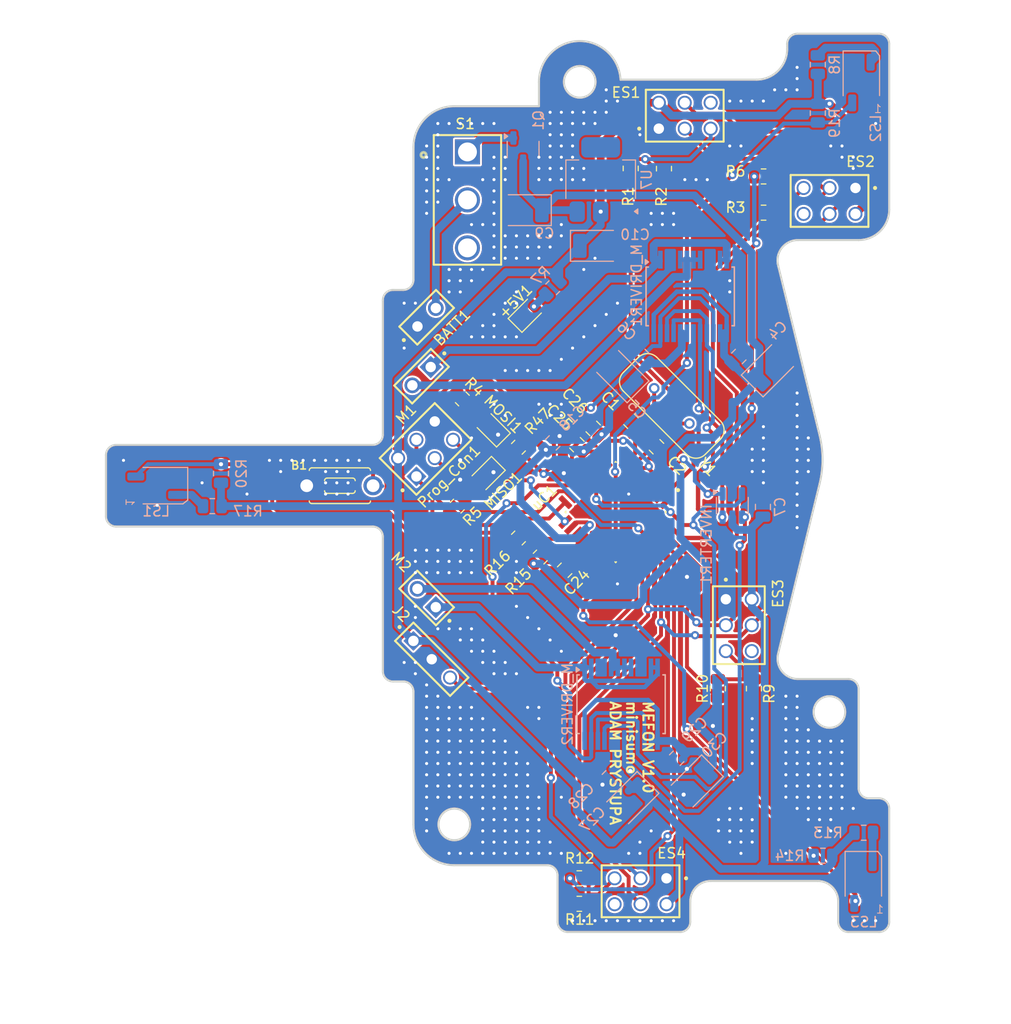
<source format=kicad_pcb>
(kicad_pcb (version 20240108) (generator "pcbnew") (generator_version "8.0")
  (layers (0 "F.Cu" signal) (31 "B.Cu" signal) (34 "B.Paste" user) (35 "F.Paste" user) (36 "B.SilkS" user "B.Silkscreen") (37 "F.SilkS" user "F.Silkscreen") (38 "B.Mask" user) (39 "F.Mask" user) (44 "Edge.Cuts" user))
  (net 0 "")
  (net 1 "Net-(+5V1-A)")
  (net 2 "GND")
  (net 3 "/programming_connector/RST")
  (net 4 "XTAL2")
  (net 5 "XTAL1")
  (net 6 "+BATT")
  (net 7 "+5V")
  (net 8 "Net-(uC1-AREF)")
  (net 9 "/sensor1/SCL")
  (net 10 "/sensor1/G1")
  (net 11 "/sensor1/SDA")
  (net 12 "Net-(ES1-Pad05)")
  (net 13 "Net-(ES2-Pad05)")
  (net 14 "/sensor2/G2")
  (net 15 "/sensor3/G3")
  (net 16 "Net-(ES3-Pad05)")
  (net 17 "Net-(ES4-Pad05)")
  (net 18 "/sensor4/G4")
  (net 19 "/inverter/DIRA_2")
  (net 20 "/inverter/DIRA_1")
  (net 21 "/inverter/DIRB_1")
  (net 22 "/inverter/DIRB_2")
  (net 23 "+IN")
  (net 24 "STARTER")
  (net 25 "/line_sensors/LS1")
  (net 26 "Net-(LS1-A)")
  (net 27 "/line_sensors/LS2")
  (net 28 "Net-(LS2-A)")
  (net 29 "/line_sensors/LS3")
  (net 30 "Net-(LS3-A)")
  (net 31 "/motor_driver1/MOTOR_IN1")
  (net 32 "/motor_driver1/MOTOR_IN2")
  (net 33 "/motor_driver2/MOTOR_IN2")
  (net 34 "/motor_driver2/MOTOR_IN1")
  (net 35 "Net-(MISO1-A)")
  (net 36 "Net-(MOSI1-A)")
  (net 37 "/motor_driver1/PWM1")
  (net 38 "/motor_driver2/PWM2")
  (net 39 "/programming_connector/SCK")
  (net 40 "/programming_connector/MISO")
  (net 41 "/programming_connector/MOSI")
  (net 42 "/sensor1/XSHUT_1")
  (net 43 "/sensor2/XSHUT_2")
  (net 44 "/sensor3/XSHUT_3")
  (net 45 "/sensor4/XSHUT_4")
  (net 46 "Net-(uC1-ADC6)")
  (net 51 "+OUT")
  (footprint "LED_SMD:LED_0805_2012Metric" (layer "F.Cu") (at 115.584622 101.193216 -135)
    (property "Reference" "MISO1")
    (property "Value" "red")
  )
  (footprint "Resistor_SMD:R_0805_2012Metric" (layer "F.Cu") (at 133.002178 71.129677 -90)
    (property "Reference" "R2")
    (property "Value" "20k")
  )
  (footprint "Resistor_SMD:R_0805_2012Metric" (layer "F.Cu") (at 141.815001 122.07 90)
    (property "Reference" "R9")
    (property "Value" "20k")
  )
  (footprint "Resistor_SMD:R_0805_2012Metric" (layer "F.Cu") (at 142.762498 71.894576 180)
    (property "Reference" "R6")
    (property "Value" "10k")
  )
  (footprint "HTSW-102-08-L-S:SAMTEC_HTSW-102-08-L-S" (layer "F.Cu") (at 109.747535 113.193216 -45)
    (property "Reference" "M2")
    (property "Value" "HTSW-102-08-L-S")
  )
  (footprint "1101M2S3CQE2:SW_1101M2S3CQE2" (layer "F.Cu") (at 113.747535 74.193216)
    (property "Reference" "S1")
    (property "Value" "1101M2S3CQE2")
  )
  (footprint "Resistor_SMD:R_0805_2012Metric" (layer "F.Cu") (at 112.747535 104.193216 45)
    (property "Reference" "R5")
    (property "Value" "1k")
  )
  (footprint "Resistor_SMD:R_0805_2012Metric" (layer "F.Cu") (at 138.285 122.07 -90)
    (property "Reference" "R10")
    (property "Value" "10k")
  )
  (footprint "MTSW-103-23-F-S-235:SAMTEC_MTSW-103-23-F-S-235" (layer "F.Cu") (at 110.247535 119.193216 135)
    (property "Reference" "J2")
    (property "Value" "MTSW-103-23-F-S-235")
  )
  (footprint "ATMEGA328P-AU:QFP80P900X900X120-32N" (layer "F.Cu") (at 128.27 104.775 -135)
    (property "Reference" "uC1")
    (property "Value" "ATMEGA328P-AU")
  )
  (footprint "Resistor_SMD:R_0805_2012Metric" (layer "F.Cu") (at 129.742582 71.110323 -90)
    (property "Reference" "R1")
    (property "Value" "10k")
  )
  (footprint "ECS-160-20-4DN:XTAL_ECS-160-20-4DN" (layer "F.Cu") (at 133.77 94.375 135)
    (property "Reference" "Y1")
    (property "Value" "ECS-160-20-4DN")
  )
  (footprint "MTSW-103-23-F-D-230:SAMTEC_MTSW-103-23-F-D-230" (layer "F.Cu") (at 132.4975 67.213216)
    (property "Reference" "ES1")
    (property "Value" "MTSW-103-23-F-D-230")
  )
  (footprint "LED_SMD:LED_0805_2012Metric" (layer "F.Cu") (at 116.084622 96.530303 135)
    (property "Reference" "MOSI1")
    (property "Value" "green")
  )
  (footprint "Resistor_SMD:R_0805_2012Metric_Pad1.20x1.40mm_HandSolder" (layer "F.Cu") (at 118.745 98.425 45)
    (property "Reference" "R47")
    (property "Value" "10k")
  )
  (footprint "MTSW-103-23-F-D-230:SAMTEC_MTSW-103-23-F-D-230" (layer "F.Cu") (at 139.065 113.3175 -90)
    (property "Reference" "ES3")
    (property "Value" "MTSW-103-23-F-D-230")
  )
  (footprint "Capacitor_SMD:C_0805_2012Metric" (layer "F.Cu") (at 124.47 98.175 135)
    (property "Reference" "C25")
    (property "Value" "100nF")
  )
  (footprint "Capacitor_SMD:C_0805_2012Metric" (layer "F.Cu") (at 123.269999 110.475001 -135)
    (property "Reference" "C24")
    (property "Value" "1uF")
  )
  (footprint "Resistor_SMD:R_0805_2012Metric" (layer "F.Cu") (at 120.87981 109.178633 -135)
    (property "Reference" "R15")
    (property "Value" "10k")
  )
  (footprint "Resistor_SMD:R_0805_2012Metric" (layer "F.Cu") (at 142.761195 75.445424)
    (property "Reference" "R3")
    (property "Value" "20k")
  )
  (footprint "LED_SMD:LED_0805_2012Metric" (layer "F.Cu") (at 119.6 85.3 45)
    (property "Reference" "+5V1")
    (property "Value" "green")
  )
  (footprint "Resistor_SMD:R_0805_2012Metric" (layer "F.Cu") (at 124.707535 143.153216)
    (property "Reference" "R11")
    (property "Value" "20k")
  )
  (footprint "MTSW-103-23-F-D-230:SAMTEC_MTSW-103-23-F-D-230" (layer "F.Cu") (at 108.747535 101.285318 45)
    (property "Reference" "Prog_Con1")
    (property "Value" "MTSW-103-23-F-D-230")
  )
  (footprint "Resistor_SMD:R_0805_2012Metric" (layer "F.Cu") (at 118.745 107.315 45)
    (property "Reference" "R16")
    (property "Value" "10k")
  )
  (footprint "HTSW-102-08-L-S:SAMTEC_HTSW-102-08-L-S" (layer "F.Cu") (at 109.747535 85.693216 -135)
    (property "Reference" "BATT1")
    (property "Value" "HTSW-102-08-L-S")
  )
  (footprint "Capacitor_SMD:C_0805_2012Metric" (layer "F.Cu") (at 126.069999 96.574999 135)
    (property "Reference" "C26")
    (property "Value" "1uF")
  )
  (footprint "MTSW-103-23-F-D-230:SAMTEC_MTSW-103-23-F-D-230" (layer "F.Cu") (at 133.247535 140.653216 180)
    (property "Reference" "ES4")
    (property "Value" "MTSW-103-23-F-D-230")
  )
  (footprint "MTSW-103-23-F-D-230:SAMTEC_MTSW-103-23-F-D-230" (layer "F.Cu") (at 151.765 73.025 180)
    (property "Reference" "ES2")
    (property "Value" "MTSW-103-23-F-D-230")
  )
  (footprint "Resistor_SMD:R_0805_2012Metric" (layer "F.Cu") (at 113.247535 93.693216 -45)
    (property "Reference" "R4")
    (property "Value" "1k")
  )
  (footprint "Capacitor_SMD:C_0805_2012Metric" (layer "F.Cu") (at 129.77 95.875 135)
    (property "Reference" "C1")
    (property "Value" "22p")
  )
  (footprint "SKHLAAA010:SKHLAAA010" (layer "F.Cu") (at 101.247535 102.193216)
    (property "Reference" "B1")
    (property "Value" "SKHLAAA010")
  )
  (footprint "Resistor_SMD:R_0805_2012Metric" (layer "F.Cu") (at 124.707535 140.653216 180)
    (property "Reference" "R12")
    (property "Value" "10k")
  )
  (footprint "Capacitor_SMD:C_0805_2012Metric" (layer "F.Cu") (at 132.27 98.375 -45)
    (property "Reference" "C2")
    (property "Value" "22p")
  )
  (footprint "HTSW-102-08-L-S:SAMTEC_HTSW-102-08-L-S" (layer "F.Cu") (at 109.247535 91.463216 45)
    (property "Reference" "M1")
    (property "Value" "HTSW-102-08-L-S")
  )
  (footprint "Package_SO:SSOP-24_5.3x8.2mm_P0.65mm" (layer "B.Cu") (at 128.8 123.6 -90)
    (property "Reference" "M_DRIVER2")
    (property "Value" "TB6612FNG")
  )
  (footprint "Resistor_SMD:R_0805_2012Metric" (layer "B.Cu") (at 88.747535 104.193216 180)
    (property "Reference" "R17")
    (property "Value" "200R")
  )
  (footprint "Capacitor_SMD:C_0805_2012Metric" (layer "B.Cu") (at 134.249233 128.893926 -135)
    (property "Reference" "C29")
    (property "Value" "100nF")
  )
  (footprint "OptoDevice:Everlight_ITR1201SR10AR" (layer "B.Cu") (at 83.247535 102.193216 90)
    (property "Reference" "LS1")
    (property "Value" "ITR8307-S17-TR8")
  )
  (footprint "Resistor_SMD:R_0805_2012Metric" (layer "B.Cu") (at 148.575784 138.443216)
    (property "Reference" "R14")
    (property "Value" "10k")
  )
  (footprint "Capacitor_SMD:C_0805_2012Metric" (layer "B.Cu") (at 127.64939 130.807969 -135)
    (property "Reference" "C28")
    (property "Value" "100nF")
  )
  (footprint "Capacitor_SMD:C_0805_2012Metric" (layer "B.Cu") (at 130.81 89.535 135)
    (property "Reference" "C6")
    (property "Value" "100nF")
  )
  (footprint "Capacitor_Tantalum_SMD:CP_EIA-3528-12_Kemet-T" (layer "B.Cu") (at 128.722177 91.257177 135)
    (property "Reference" "C5")
    (property "Value" "10uF")
  )
  (footprint "Capacitor_SMD:C_0805_2012Metric" (layer "B.Cu") (at 142.7 104.2775 90)
    (property "Reference" "C7")
    (property "Value" "100nF")
  )
  (footprint "Capacitor_Tantalum_SMD:CP_EIA-3528-12_Kemet-T" (layer "B.Cu") (at 129.7 133 -135)
    (property "Reference" "C27")
    (property "Value" "10uF")
  )
  (footprint "Capacitor_Tantalum_SMD:CP_EIA-3528-12_Kemet-T" (layer "B.Cu") (at 143.385 90.685 45)
    (property "Reference" "C4")
    (property "Value" "10uF")
  )
  (footprint "Capacitor_Tantalum_SMD:CP_EIA-3528-12_Kemet-T" (layer "B.Cu") (at 126.3 78.693216)
    (property "Reference" "C10")
    (property "Value" "10u")
  )
  (footprint "Package_TO_SOT_SMD:SOT-23-3" (layer "B.Cu") (at 119.2 69.2625 -90)
    (property "Reference" "Q1")
    (property "Value" "PMOS")
  )
  (footprint "Resistor_SMD:R_0805_2012Metric" (layer "B.Cu") (at 152.575784 136.193216)
    (property "Reference" "R13")
    (property "Value" "200R")
  )
  (footprint "Capacitor_Tantalum_SMD:CP_EIA-3528-12_Kemet-T" (layer "B.Cu") (at 136.017 131.3688 -135)
    (property "Reference" "C30")
    (property "Value" "10uF")
  )
  (footprint "Package_TO_SOT_SMD:SOT-23-6" (layer "B.Cu") (at 139.7 104.14 -90)
    (property "Reference" "INVERTER1")
    (property "Value" "SN74LVC2G14DBV")
  )
  (footprint "Capacitor_SMD:C_0805_2012Metric" (layer "B.Cu") (at 140.335 89.535 45)
    (property "Reference" "C3" (hide yes))
    (property "Value" "100nF")
  )
  (footprint "OptoDevice:Everlight_ITR1201SR10AR" (layer "B.Cu") (at 152.542699 141.116216 180)
    (property "Reference" "LS3")
    (property "Value" "ITR8307-S17-TR8")
  )
  (footprint "Resistor_SMD:R_0805_2012Metric" (layer "B.Cu") (at 148.075784 60.943216 90)
    (property "Reference" "R8")
    (property "Value" "200R")
  )
  (footprint "Resistor_SMD:R_0805_2012Metric" (layer "B.Cu") (at 148.075784 65.693216 90)
    (property "Reference" "R19")
    (property "Value" "10k")
  )
  (footprint "Package_TO_SOT_SMD:SOT-223" (layer "B.Cu") (at 126.8 72.193216 90)
    (property "Reference" "U7")
    (property "Value" "LM1117S-5.0")
  )
  (footprint "Capacitor_Tantalum_SMD:CP_EIA-3528-12_Kemet-T" (layer "B.Cu") (at 119.5 75.2 180)
    (property "Reference" "C9")
    (property "Value" "10u")
  )
  (footprint "Resistor_SMD:R_0805_2012Metric" (layer "B.Cu") (at 122.1 82.8 -135)
    (property "Reference" "R7")
    (property "Value" "180")
  )
  (footprint "Resistor_SMD:R_0805_2012Metric" (layer "B.Cu") (at 89.6 101 -90)
    (property "Reference" "R20")
    (property "Value" "10k")
  )
  (footprint "OptoDevice:Everlight_ITR1201SR10AR" (layer "B.Cu") (at 152.347535 62.693216 180)
    (property "Reference" "LS2")
    (property "Value" "ITR8307-S17-TR8")
  )
  (footprint "Capacitor_SMD:C_0805_2012Metric" (layer "B.Cu") (at 122.1 98 45)
    (property "Reference" "C18")
    (property "Value" "100nF")
  )
  (footprint "Package_SO:SSOP-24_5.3x8.2mm_P0.65mm" (layer "B.Cu") (at 135.572177 83.647823 -90)
    (property "Reference" "M_DRIVER1")
    (property "Value" "TB6612FNG")
  )
  (gr_line (start 105.457747 84.014388) (end 105.457747 97.193217) (stroke (width 0.2)) (layer "Edge.Cuts"))
  (gr_line (start 120.750871 62.679642) (end 120.750871 65.014384) (stroke (width 0.2)) (layer "Edge.Cuts"))
  (gr_arc (start 148.073381 140.916149) (mid 149.490972 141.505332) (end 150.073359 142.925741) (stroke (width 0.2)) (layer "Edge.Cuts"))
  (gr_arc (start 108.457747 82.014381) (mid 108.164863 82.721498) (end 107.457744 83.014384) (stroke (width 0.2)) (layer "Edge.Cuts"))
  (gr_arc (start 154.073381 132.820639) (mid 154.780417 133.113568) (end 155.073359 133.820639) (stroke (width 0.2)) (layer "Edge.Cuts"))
  (gr_line (start 137.588572 140.916149) (end 148.073381 140.916149) (stroke (width 0.2)) (layer "Edge.Cuts"))
  (gr_line (start 79.325783 106.193217) (end 104.457747 106.193217) (stroke (width 0.2)) (layer "Edge.Cuts"))
  (gr_line (start 120.750871 65.014384) (end 112.457746 65.014384) (stroke (width 0.2)) (layer "Edge.Cuts"))
  (gr_line (start 135.578957 144.91615) (end 135.578957 142.91617) (stroke (width 0.2)) (layer "Edge.Cuts"))
  (gr_arc (start 144.183213 80.602082) (mid 144.554439 78.890766) (end 146.130533 78.127682) (stroke (width 0.2)) (layer "Edge.Cuts"))
  (gr_arc (start 79.325783 106.193217) (mid 78.618677 105.900324) (end 78.325784 105.193219) (stroke (width 0.2)) (layer "Edge.Cuts"))
  (gr_circle (center 112.457747 135.37205) (end 114.007747 135.37205) (stroke (width 0.2)) (fill none) (layer "Edge.Cuts"))
  (gr_arc (start 78.325784 99.193216) (mid 78.618677 98.48611) (end 79.325782 98.193217) (stroke (width 0.2)) (layer "Edge.Cuts"))
  (gr_arc (start 104.457747 106.193217) (mid 105.164877 106.486096) (end 105.457747 107.193215) (stroke (width 0.2)) (layer "Edge.Cuts"))
  (gr_line (start 144.187734 118.634769) (end 148.25 102) (stroke (width 0.2)) (layer "Edge.Cuts"))
  (gr_line (start 146.130533 78.127682) (end 152.073291 78.127682) (stroke (width 0.2)) (layer "Edge.Cuts"))
  (gr_arc (start 154.073381 57.91565) (mid 154.778183 58.206257) (end 155.073359 58.90917) (stroke (width 0.2)) (layer "Edge.Cuts"))
  (gr_arc (start 151.073381 145.916149) (mid 150.366264 145.623257) (end 150.073359 144.916149) (stroke (width 0.2)) (layer "Edge.Cuts"))
  (gr_arc (start 146.126181 121.127682) (mid 144.547265 120.355329) (end 144.187734 118.634769) (stroke (width 0.2)) (layer "Edge.Cuts"))
  (gr_arc (start 145.073359 59.41565) (mid 144.194666 61.53694) (end 142.073359 62.41565) (stroke (width 0.2)) (layer "Edge.Cuts"))
  (gr_line (start 104.457749 98.193217) (end 79.325782 98.193217) (stroke (width 0.2)) (layer "Edge.Cuts"))
  (gr_arc (start 112.457747 139.37205) (mid 109.629332 138.200466) (end 108.457747 135.372051) (stroke (width 0.2)) (layer "Edge.Cuts"))
  (gr_line (start 155.073359 75.12761) (end 155.073359 58.90917) (stroke (width 0.2)) (layer "Edge.Cuts"))
  (gr_arc (start 121.578954 139.37205) (mid 122.286069 139.664936) (end 122.578957 140.372053) (stroke (width 0.2)) (layer "Edge.Cuts"))
  (gr_arc (start 153.073481 132.820639) (mid 152.362246 132.523684) (end 152.073359 131.809148) (stroke (width 0.2)) (layer "Edge.Cuts"))
  (gr_line (start 105.457747 107.193215) (end 105.457747 120.372047) (stroke (width 0.2)) (layer "Edge.Cuts"))
  (gr_line (start 148.249999 97.25536) (end 144.183213 80.602082) (stroke (width 0.2)) (layer "Edge.Cuts"))
  (gr_line (start 154.073381 132.820639) (end 153.073481 132.820639) (stroke (width 0.2)) (layer "Edge.Cuts"))
  (gr_circle (center 149.214251 124.362749) (end 150.764251 124.362749) (stroke (width 0.2)) (fill none) (layer "Edge.Cuts"))
  (gr_arc (start 145.073359 58.91565) (mid 145.363905 58.210854) (end 146.066748 57.91565) (stroke (width 0.2)) (layer "Edge.Cuts"))
  (gr_line (start 123.578961 145.916149) (end 134.578957 145.916149) (stroke (width 0.2)) (layer "Edge.Cuts"))
  (gr_line (start 107.457744 83.014384) (end 106.45775 83.014384) (stroke (width 0.2)) (layer "Edge.Cuts"))
  (gr_line (start 152.073291 78.127678) (end 152.073291 78.127682) (stroke (width 0.2)) (layer "Edge.Cuts"))
  (gr_line (start 142.073359 62.41565) (end 128.744869 62.41565) (stroke (width 0.2)) (layer "Edge.Cuts"))
  (gr_arc (start 120.750871 62.679642) (mid 124.618559 58.630757) (end 128.744869 62.41565) (stroke (width 0.2)) (layer "Edge.Cuts"))
  (gr_line (start 151.073381 121.127682) (end 146.126181 121.127682) (stroke (width 0.2)) (layer "Edge.Cuts"))
  (gr_line (start 108.457747 122.372053) (end 108.457747 135.372051) (stroke (width 0.2)) (layer "Edge.Cuts"))
  (gr_line (start 78.325784 99.193216) (end 78.325784 105.193219) (stroke (width 0.2)) (layer "Edge.Cuts"))
  (gr_arc (start 105.457747 97.193217) (mid 105.164852 97.900309) (end 104.457749 98.193217) (stroke (width 0.2)) (layer "Edge.Cuts"))
  (gr_arc (start 105.457747 84.014388) (mid 105.750649 83.307285) (end 106.45775 83.014384) (stroke (width 0.2)) (layer "Edge.Cuts"))
  (gr_circle (center 124.750546 62.628653) (end 126.300546 62.628653) (stroke (width 0.2)) (fill none) (layer "Edge.Cuts"))
  (gr_line (start 150.073359 142.925741) (end 150.073359 144.916149) (stroke (width 0.2)) (layer "Edge.Cuts"))
  (gr_line (start 151.073381 145.916149) (end 154.073359 145.916149) (stroke (width 0.2)) (layer "Edge.Cuts"))
  (gr_line (start 108.457747 69.014384) (end 108.457747 82.014381) (stroke (width 0.2)) (layer "Edge.Cuts"))
  (gr_arc (start 135.578957 142.91617) (mid 136.168161 141.498581) (end 137.588572 140.916149) (stroke (width 0.2)) (layer "Edge.Cuts"))
  (gr_arc (start 155.073359 144.91615) (mid 154.780452 145.623226) (end 154.073359 145.916149) (stroke (width 0.2)) (layer "Edge.Cuts"))
  (gr_line (start 155.073359 144.91615) (end 155.073359 133.820639) (stroke (width 0.2)) (layer "Edge.Cuts"))
  (gr_arc (start 123.578961 145.916149) (mid 122.871857 145.62325) (end 122.578957 144.916149) (stroke (width 0.2)) (layer "Edge.Cuts"))
  (gr_line (start 106.457751 121.37205) (end 107.457744 121.37205) (stroke (width 0.2)) (layer "Edge.Cuts"))
  (gr_line (start 122.578957 140.372053) (end 122.578957 144.916149) (stroke (width 0.2)) (layer "Edge.Cuts"))
  (gr_line (start 154.073381 57.91565) (end 146.066748 57.91565) (stroke (width 0.2)) (layer "Edge.Cuts"))
  (gr_line (start 152.073359 131.809148) (end 152.073359 122.127682) (stroke (width 0.2)) (layer "Edge.Cuts"))
  (gr_arc (start 155.073359 75.12761) (mid 154.194662 77.248985) (end 152.073291 78.127678) (stroke (width 0.2)) (layer "Edge.Cuts"))
  (gr_line (start 112.457747 139.37205) (end 121.578954 139.37205) (stroke (width 0.2)) (layer "Edge.Cuts"))
  (gr_arc (start 106.457751 121.37205) (mid 105.750652 121.079146) (end 105.457747 120.372047) (stroke (width 0.2)) (layer "Edge.Cuts"))
  (gr_line (start 145.073359 58.91565) (end 145.073359 59.41565) (stroke (width 0.2)) (layer "Edge.Cuts"))
  (gr_arc (start 148.249999 97.25536) (mid 148.535478 99.627681) (end 148.25 102) (stroke (width 0.2)) (layer "Edge.Cuts"))
  (gr_arc (start 135.578957 144.91615) (mid 135.28605 145.623225) (end 134.578957 145.916149) (stroke (width 0.2)) (layer "Edge.Cuts"))
  (gr_arc (start 107.457744 121.37205) (mid 108.164866 121.664932) (end 108.457747 122.372053) (stroke (width 0.2)) (layer "Edge.Cuts"))
  (gr_arc (start 108.457747 69.014384) (mid 109.629329 66.185965) (end 112.457746 65.014384) (stroke (width 0.2)) (layer "Edge.Cuts"))
  (gr_arc (start 151.073381 121.127682) (mid 151.780502 121.420572) (end 152.073359 122.127682) (stroke (width 0.2)) (layer "Edge.Cuts"))
  (gr_text "MEFON V1.0\nminisumo\nADAM PRYSTUPA\n" (at 127.635 123.19 -90) (layer "F.SilkS") (effects (font (size 1 1) (thickness 0.2) (bold yes)) (justify left bottom)))
  (via (at 120.262913 84.637087) (size 0.8) (drill 0.4) (layers "F.Cu" "B.Cu") (net 1))
  (segment (start 121.454765 83.445235) (end 120.262913 84.637087) (width 0.762) (layer "B.Cu") (net 1))
  (segment (start 128.322232 130.135127) (end 126.977639 131.47972) (width 0.4318) (layer "F.Cu") (net 2))
  (segment (start 122.946751 97.503249) (end 122.771751 97.328249) (width 0.381) (layer "F.Cu") (net 2))
  (segment (start 135.245981 132.139819) (end 134.929823 132.455977) (width 0.4318) (layer "F.Cu") (net 2))
  (segment (start 116.247535 100.530303) (end 116.247535 100.822339) (width 0.4318) (layer "F.Cu") (net 2))
  (segment (start 123.798249 97.503249) (end 122.946751 97.503249) (width 0.381) (layer "F.Cu") (net 2))
  (segment (start 129.707394 130.135127) (end 128.322232 130.135127) (width 0.4318) (layer "F.Cu") (net 2))
  (segment (start 116.247535 100.822339) (end 116.297598 100.872402) (width 0.4318) (layer "F.Cu") (net 2))
  (segment (start 135.245981 129.933227) (end 135.245981 132.139819) (width 0.4318) (layer "F.Cu") (net 2))
  (via (at 146.045 100.81) (size 0.6) (drill 0.3) (layers "F.Cu" "B.Cu") (net 2))
  (via (at 109.745 71.11) (size 0.6) (drill 0.3) (layers "F.Cu" "B.Cu") (net 2))
  (via (at 116.345 132.71) (size 0.6) (drill 0.3) (layers "F.Cu" "B.Cu") (net 2))
  (via (at 102.045 99.71) (size 0.6) (drill 0.3) (layers "F.Cu" "B.Cu") (net 2))
  (via (at 130.645 137.11) (size 0.6) (drill 0.3) (layers "F.Cu" "B.Cu") (net 2))
  (via (at 127.345 63.41) (size 0.6) (drill 0.3) (layers "F.Cu" "B.Cu") (net 2))
  (via (at 102.045 101.91) (size 0.6) (drill 0.3) (layers "F.Cu" "B.Cu") (net 2))
  (via (at 146.045 103.01) (size 0.6) (drill 0.3) (layers "F.Cu" "B.Cu") (net 2))
  (via (at 117.445 128.31) (size 0.6) (drill 0.3) (layers "F.Cu" "B.Cu") (net 2))
  (via (at 130.645 67.81) (size 0.6) (drill 0.3) (layers "F.Cu" "B.Cu") (net 2))
  (via (at 110.845 109.61) (size 0.6) (drill 0.3) (layers "F.Cu" "B.Cu") (net 2))
  (via (at 144.945 130.51) (size 0.6) (drill 0.3) (layers "F.Cu" "B.Cu") (net 2))
  (via (at 111.945 131.61) (size 0.6) (drill 0.3) (layers "F.Cu" "B.Cu") (net 2))
  (via (at 113.045 83.21) (size 0.6) (drill 0.3) (layers "F.Cu" "B.Cu") (net 2))
  (via (at 109.745 125.01) (size 0.6) (drill 0.3) (layers "F.Cu" "B.Cu") (net 2))
  (via (at 109.745 121.71) (size 0.6) (drill 0.3) (layers "F.Cu" "B.Cu") (net 2))
  (via (at 146.045 133.81) (size 0.6) (drill 0.3) (layers "F.Cu" "B.Cu") (net 2))
  (via (at 119.645 123.91) (size 0.6) (drill 0.3) (layers "F.Cu" "B.Cu") (net 2))
  (via (at 117.445 131.61) (size 0.6) (drill 0.3) (layers "F.Cu" "B.Cu") (net 2))
  (via (at 121.845 77.71) (size 0.6) (drill 0.3) (layers "F.Cu" "B.Cu") (net 2))
  (via (at 115.245 134.91) (size 0.6) (drill 0.3) (layers "F.Cu" "B.Cu") (net 2))
  (via (at 124.045 68.91) (size 0.6) (drill 0.3) (layers "F.Cu" "B.Cu") (net 2))
  (via (at 114.145 76.61) (size 0.6) (drill 0.3) (layers "F.Cu" "B.Cu") (net 2))
  (via (at 146.045 61.21) (size 0.6) (drill 0.3) (layers "F.Cu" "B.Cu") (net 2))
  (via (at 111.945 126.11) (size 0.6) (drill 0.3) (layers "F.Cu" "B.Cu") (net 2))
  (via (at 151.545 70.01) (size 0.6) (drill 0.3) (layers "F.Cu" "B.Cu") (net 2))
  (via (at 124.045 67.81) (size 0.6) (drill 0.3) (layers "F.Cu" "B.Cu") (net 2))
  (via (at 124.045 65.61) (size 0.6) (drill 0.3) (layers "F.Cu" "B.Cu") (net 2))
  (via (at 117.445 77.71) (size 0.6) (drill 0.3) (layers "F.Cu" "B.Cu") (net 2))
  (via (at 114.145 108.51) (size 0.6) (drill 0.3) (layers "F.Cu" "B.Cu") (net 2))
  (via (at 130.645 138.21) (size 0.6) (drill 0.3) (layers "F.Cu" "B.Cu") (net 2))
  (via (at 144.945 127.21) (size 0.6) (drill 0.3) (layers "F.Cu" "B.Cu") (net 2))
  (via (at 117.445 137.11) (size 0.6) (drill 0.3) (layers "F.Cu" "B.Cu") (net 2))
  (via (at 139.445 82.11) (size 0.6) (drill 0.3) (layers "F.Cu" "B.Cu") (net 2))
  (via (at 128.445 111.81) (size 0.6) (drill 0.3) (layers "F.Cu" "B.Cu") (net 2))
  (via (at 149.345 129.41) (size 0.6) (drill 0.3) (layers "F.Cu" "B.Cu") (net 2))
  (via (at 149.345 133.81) (size 0.6) (drill 0.3) (layers "F.Cu" "B.Cu") (net 2))
  (via (at 147.145 99.71) (size 0.6) (drill 0.3) (layers "F.Cu" "B.Cu") (net 2))
  (via (at 111.945 116.21) (size 0.6) (drill 0.3) (layers "F.Cu" "B.Cu") (net 2))
  (via (at 109.745 109.61) (size 0.6) (drill 0.3) (layers "F.Cu" "B.Cu") (net 2))
  (via (at 134.929823 132.455977) (size 0.8) (drill 0.4) (layers "F.Cu" "B.Cu") (net 2))
  (via (at 146.045 126.11) (size 0.6) (drill 0.3) (layers "F.Cu" "B.Cu") (net 2))
  (via (at 137.795 125.73) (size 0.8) (drill 0.4) (layers "F.Cu" "B.Cu") (net 2))
  (via (at 140.545 137.11) (size 0.6) (drill 0.3) (layers "F.Cu" "B.Cu") (net 2))
  (via (at 146.045 99.71) (size 0.6) (drill 0.3) (layers "F.Cu" "B.Cu") (net 2))
  (via (at 116.345 71.11) (size 0.6) (drill 0.3) (layers "F.Cu" "B.Cu") (net 2))
  (via (at 117.445 120.61) (size 0.6) (drill 0.3) (layers "F.Cu" "B.Cu") (net 2))
  (via (at 117.445 133.81) (size 0.6) (drill 0.3) (layers "F.Cu" "B.Cu") (net 2))
  (via (at 123.19 100.965) (size 0.8) (drill 0.4) (layers "F.Cu" "B.Cu") (net 2))
  (via (at 115.245 119.51) (size 0.6) (drill 0.3) (layers "F.Cu" "B.Cu") (net 2))
  (via (at 117.445 78.81) (size 0.6) (drill 0.3) (layers "F.Cu" "B.Cu") (net 2))
  (via (at 146.045 62.31) (size 0.6) (drill 0.3) (layers "F.Cu" "B.Cu") (net 2))
  (via (at 144.945 63.41) (size 0.6) (drill 0.3) (layers "F.Cu" "B.Cu") (net 2))
  (via (at 115.245 129.41) (size 0.6) (drill 0.3) (layers "F.Cu" "B.Cu") (net 2))
  (via (at 99.845 103.01) (size 0.6) (drill 0.3) (layers "F.Cu" "B.Cu") (net 2))
  (via (at 148.245 132.71) (size 0.6) (drill 0.3) (layers "F.Cu" "B.Cu") (net 2))
  (via (at 122.945 95.31) (size 0.6) (drill 0.3) (layers "F.Cu" "B.Cu") (net 2))
  (via (at 122.945 138.21) (size 0.6) (drill 0.3) (layers "F.Cu" "B.Cu") (net 2))
  (via (at 117.445 132.71) (size 0.6) (drill 0.3) (layers "F.Cu" "B.Cu") (net 2))
  (via (at 116.345 70.01) (size 0.6) (drill 0.3) (layers "F.Cu" "B.Cu") (net 2))
  (via (at 121.845 68.91) (size 0.6) (drill 0.3) (layers "F.Cu" "B.Cu") (net 2))
  (via (at 149.345 68.91) (size 0.6) (drill 0.3) (layers "F.Cu" "B.Cu") (net 2))
  (via (at 97.645 99.71) (size 0.6) (drill 0.3) (layers "F.Cu" "B.Cu") (net 2))
  (via (at 113.045 110.71) (size 0.6) (drill 0.3) (layers "F.Cu" "B.Cu") (net 2))
  (via (at 109.745 122.81) (size 0.6) (drill 0.3) (layers "F.Cu" "B.Cu") (net 2))
  (via (at 129.545 138.21) (size 0.6) (drill 0.3) (layers "F.Cu" "B.Cu") (net 2))
  (via (at 148.245 133.81) (size 0.6) (drill 0.3) (layers "F.Cu" "B.Cu") (net 2))
  (via (at 98.745 99.71) (size 0.6) (drill 0.3) (layers "F.Cu" "B.Cu") (net 2))
  (via (at 111.945 110.71) (size 0.6) (drill 0.3) (layers "F.Cu" "B.Cu") (net 2))
  (via (at 121.845 117.31) (size 0.6) (drill 0.3) (layers "F.Cu" "B.Cu") (net 2))
  (via (at 132.845 144.81) (size 0.6) (drill 0.3) (layers "F.Cu" "B.Cu") (net 2))
  (via (at 125.145 72.21) (size 0.6) (drill 0.3) (layers "F.Cu" "B.Cu") (net 2))
  (via (at 115.245 130.51) (size 0.6) (drill 0.3) (layers "F.Cu" "B.Cu") (net 2))
  (via (at 146.045 125.01) (size 0.6) (drill 0.3) (layers "F.Cu" "B.Cu") (net 2))
  (via (at 144.945 122.81) (size 0.6) (drill 0.3) (layers "F.Cu" "B.Cu") (net 2))
  (via (at 121.845 67.81) (size 0.6) (drill 0.3) (layers "F.Cu" "B.Cu") (net 2))
  (via (at 119.645 77.71) (size 0.6) (drill 0.3) (layers "F.Cu" "B.Cu") (net 2))
  (via (at 110.845 123.91) (size 0.6) (drill 0.3) (layers "F.Cu" "B.Cu") (net 2))
  (via (at 116.345 130.51) (size 0.6) (drill 0.3) (layers "F.Cu" "B.Cu") (net 2))
  (via (at 119.645 134.91) (size 0.6) (drill 0.3) (layers "F.Cu" "B.Cu") (net 2))
  (via (at 114.145 129.41) (size 0.6) (drill 0.3) (layers "F.Cu" "B.Cu") (net 2))
  (via (at 122.945 65.61) (size 0.6) (drill 0.3) (layers "F.Cu" "B.Cu") (net 2))
  (via (at 146.045 106.31) (size 0.6) (drill 0.3) (layers "F.Cu" "B.Cu") (net 2))
  (via (at 135.245981 129.933227) (size 0.8) (drill 0.4) (layers "F.Cu" "B.Cu") (net 2))
  (via (at 148.245 136.01) (size 0.6) (drill 0.3) (layers "F.Cu" "B.Cu") (net 2))
  (via (at 109.745 110.71) (size 0.6) (drill 0.3) (layers "F.Cu" "B.Cu") (net 2))
  (via (at 108.645 114.01) (size 0.6) (drill 0.3) (layers "F.Cu" "B.Cu") (net 2))
  (via (at 100.945 99.71) (size 0.6) (drill 0.3) (layers "F.Cu" "B.Cu") (net 2))
  (via (at 111.945 130.51) (size 0.6) (drill 0.3) (layers "F.Cu" "B.Cu") (net 2))
  (via (at 117.445 70.01) (size 0.6) (drill 0.3) (layers "F.Cu" "B.Cu") (net 2))
  (via (at 129.707394 130.135127) (size 0.8) (drill 0.4) (layers "F.Cu" "B.Cu") (net 2))
  (via (at 100.945 101.91) (size 0.6) (drill 0.3) (layers "F.Cu" "B.Cu") (net 2))
  (via (at 107.545 119.51) (size 0.6) (drill 0.3) (layers "F.Cu" "B.Cu") (net 2))
  (via (at 116.345 66.71) (size 0.6) (drill 0.3) (layers "F.Cu" "B.Cu") (net 2))
  (via (at 110.845 66.71) (size 0.6) (drill 0.3) (layers "F.Cu" "B.Cu") (net 2))
  (via (at 141.645 99.71) (size 0.6) (drill 0.3) (layers "F.Cu" "B.Cu") (net 2))
  (via (at 116.345 119.51) (size 0.6) (drill 0.3) (layers "F.Cu" "B.Cu") (net 2))
  (via (at 109.745 75.51) (size 0.6) (drill 0.3) (layers "F.Cu" "B.Cu") (net 2))
  (via (at 95.445 100.81) (size 0.6) (drill 0.3) (layers "F.Cu" "B.Cu") (net 2))
  (via (at 118.545 131.61) (size 0.6) (drill 0.3) (layers "F.Cu" "B.Cu") (net 2))
  (via (at 119.645 78.81) (size 0.6) (drill 0.3) (layers "F.Cu" "B.Cu") (net 2))
  (via (at 139.445 133.81) (size 0.6) (drill 0.3) (layers "F.Cu" "B.Cu") (net 2))
  (via (at 80.045 99.71) (size 0.6) (drill 0.3) (layers "F.Cu" "B.Cu") (net 2))
  (via (at 118.545 132.71) (size 0.6) (drill 0.3) (layers "F.Cu" "B.Cu") (net 2))
  (via (at 147.145 134.91) (size 0.6) (drill 0.3) (layers "F.Cu" "B.Cu") (net 2))
  (via (at 141.645 125.01) (size 0.6) (drill 0.3) (layers "F.Cu" "B.Cu") (net 2))
  (via (at 121.845 137.11) (size 0.6) (drill 0.3) (layers "F.Cu" "B.Cu") (net 2))
  (via (at 116.345 78.81) (size 0.6) (drill 0.3) (layers "F.Cu" "B.Cu") (net 2))
  (via (at 116.345 86.51) (size 0.6) (drill 0.3) (layers "F.Cu" "B.Cu") (net 2))
  (via (at 113.045 66.71) (size 0.6) (drill 0.3) (layers "F.Cu" "B.Cu") (net 2))
  (via (at 110.845 72.21) (size 0.6) (drill 0.3) (layers "F.Cu" "B.Cu") (net 2))
  (via (at 117.445 129.41) (size 0.6) (drill 0.3) (layers "F.Cu" "B.Cu") (net 2))
  (via (at 144.945 126.11) (size 0.6) (drill 0.3) (layers "F.Cu" "B.Cu") (net 2))
  (via (at 124.045 72.21) (size 0.6) (drill 0.3) (layers "F.Cu" "B.Cu") (net 2))
  (via (at 111.945 123.91) (size 0.6) (drill 0.3) (layers "F.Cu" "B.Cu") (net 2))
  (via (at 114.145 81.01) (size 0.6) (drill 0.3) (layers "F.Cu" "B.Cu") (net 2))
  (via (at 139.445 68.91) (size 0.6) (drill 0.3) (layers "F.Cu" "B.Cu") (net 2))
  (via (at 116.345 94.21) (size 0.6) (drill 0.3) (layers "F.Cu" "B.Cu") (net 2))
  (via (at 119.645 137.11) (size 0.6) (drill 0.3) (layers "F.Cu" "B.Cu") (net 2))
  (via (at 124.045 88.71) (size 0.6) (drill 0.3) (layers "F.Cu" "B.Cu") (net 2))
  (via (at 126.245 144.81) (size 0.6) (drill 0.3) (layers "F.Cu" "B.Cu") (net 2))
  (via (at 126.245 66.71) (size 0.6) (drill 0.3) (layers "F.Cu" "B.Cu") (net 2))
  (via (at 109.745 127.21) (size 0.6) (drill 0.3) (layers "F.Cu" "B.Cu") (net 2))
  (via (at 111.945 127.21) (size 0.6) (drill 0.3) (layers "F.Cu" "B.Cu") (net 2))
  (via (at 114.145 130.51) (size 0.6) (drill 0.3) (layers "F.Cu" "B.Cu") (net 2))
  (via (at 122.945 70.01) (size 0.6) (drill 0.3) (layers "F.Cu" "B.Cu") (net 2))
  (via (at 110.845 108.51) (size 0.6) (drill 0.3) (layers "F.Cu" "B.Cu") (net 2))
  (via (at 150.445 133.81) (size 0.6) (drill 0.3) (layers "F.Cu" "B.Cu") (net 2))
  (via (at 113.045 82.11) (size 0.6) (drill 0.3) (layers "F.Cu" "B.Cu") (net 2))
  (via (at 116.345 126.11) (size 0.6) (drill 0.3) (layers "F.Cu" "B.Cu") (net 2))
  (via (at 128.445 84.31) (size 0.6) (drill 0.3) (layers "F.Cu" "B.Cu") (net 2))
  (via (at 120.745 116.21) (size 0.6) (drill 0.3) (layers "F.Cu" "B.Cu") (net 2))
  (via (at 131.745 144.81) (size 0.6) (drill 0.3) (layers "F.Cu" "B.Cu") (net 2))
  (via (at 100.945 100.81) (size 0.6) (drill 0.3) (layers "F.Cu" "B.Cu") (net 2))
  (via (at 150.445 132.71) (size 0.6) (drill 0.3) (layers "F.Cu" "B.Cu") (net 2))
  (via (at 127.345 85.41) (size 0.6) (drill 0.3) (layers "F.Cu" "B.Cu") (net 2))
  (via (at 111.945 138.21) (size 0.6) (drill 0.3) (layers "F.Cu" "B.Cu") (net 2))
  (via (at 118.545 77.71) (size 0.6) (drill 0.3) (layers "F.Cu" "B.Cu") (net 2))
  (via (at 117.445 138.21) (size 0.6) (drill 0.3) (layers "F.Cu" "B.Cu") (net 2))
  (via (at 113.045 127.21) (size 0.6) (drill 0.3) (layers "F.Cu" "B.Cu") (net 2))
  (via (at 148.245 127.21) (size 0.6) (drill 0.3) (layers "F.Cu" "B.Cu") (net 2))
  (via (at 146.045 96.41) (size 0.6) (drill 0.3) (layers "F.Cu" "B.Cu") (net 2))
  (via (at 120.745 132.71) (size 0.6) (drill 0.3) (layers "F.Cu" "B.Cu") (net 2))
  (via (at 146.045 127.21) (size 0.6) (drill 0.3) (layers "F.Cu" "B.Cu") (net 2))
  (via (at 146.045 101.91) (size 0.6) (drill 0.3) (layers "F.Cu" "B.Cu") (net 2))
  (via (at 146.045 98.61) (size 0.6) (drill 0.3) (layers "F.Cu" "B.Cu") (net 2))
  (via (at 122.945 72.21) (size 0.6) (drill 0.3) (layers "F.Cu" "B.Cu") (net 2))
  (via (at 148.245 128.31) (size 0.6) (drill 0.3) (layers "F.Cu" "B.Cu") (net 2))
  (via (at 109.745 70.01) (size 0.6) (drill 0.3) (layers "F.Cu" "B.Cu") (net 2))
  (via (at 118.545 134.91) (size 0.6) (drill 0.3) (layers "F.Cu" "B.Cu") (net 2))
  (via (at 116.747535 97.193216) (size 0.8) (drill 0.4) (layers "F.Cu" "B.Cu") (net 2))
  (via (at 114.145 82.11) (size 0.6) (drill 0.3) (layers "F.Cu" "B.Cu") (net 2))
  (via (at 144.945 123.91) (size 0.6) (drill 0.3) (layers "F.Cu" "B.Cu") (net 2))
  (via (at 116.345 76.61) (size 0.6) (drill 0.3) (layers "F.Cu" "B.Cu") (net 2))
  (via (at 110.845 68.91) (size 0.6) (drill 0.3) (layers "F.Cu" "B.Cu") (net 2))
  (via (at 115.245 86.51) (size 0.6) (drill 0.3) (layers "F.Cu" "B.Cu") (net 2))
  (via (at 109.745 132.71) (size 0.6) (drill 0.3) (layers "F.Cu" "B.Cu") (net 2))
  (via (at 108.645 84.31) (size 0.6) (drill 0.3) (layers "F.Cu" "B.Cu") (net 2))
  (via (at 121.845 138.21) (size 0.6) (drill 0.3) (layers "F.Cu" "B.Cu") (net 2))
  (via (at 146.045 94.21) (size 0.6) (drill 0.3) (layers "F.Cu" "B.Cu") (net 2))
  (via (at 128.445 64.51) (size 0.6) (drill 0.3) (layers "F.Cu" "B.Cu") (net 2))
  (via (at 141.645 126.11) (size 0.6) (drill 0.3) (layers "F.Cu" "B.Cu") (net 2))
  (via (at 146.045 97.51) (size 0.6) (drill 0.3) (layers "F.Cu" "B.Cu") (net 2))
  (via (at 118.545 138.21) (size 0.6) (drill 0.3) (layers "F.Cu" "B.Cu") (net 2))
  (via (at 138.345 134.91) (size 0.6) (drill 0.3) (layers "F.Cu" "B.Cu") (net 2))
  (via (at 110.845 71.11) (size 0.6) (drill 0.3) (layers "F.Cu" "B.Cu") (net 2))
  (via (at 108.645 110.71) (size 0.6) (drill 0.3) (layers "F.Cu" "B.Cu") (net 2))
  (via (at 122.945 118.41) (size 0.6) (drill 0.3) (layers "F.Cu" "B.Cu") (net 2))
  (via (at 146.045 130.51) (size 0.6) (drill 0.3) (layers "F.Cu" "B.Cu") (net 2))
  (via (at 116.345 118.41) (size 0.6) (drill 0.3) (layers "F.Cu" "B.Cu") (net 2))
  (via (at 115.245 118.41) (size 0.6) (drill 0.3) (layers "F.Cu" "B.Cu") (net 2))
  (via (at 142.745 96.41) (size 0.6) (drill 0.3) (layers "F.Cu" "B.Cu") (net 2))
  (via (at 146.045 63.41) (size 0.6) (drill 0.3) (layers "F.Cu" "B.Cu") (net 2))
  (via (at 109.745 126.11) (size 0.6) (drill 0.3) (layers "F.Cu" "B.Cu") (net 2))
  (via (at 146.045 132.71) (size 0.6) (drill 0.3) (layers "F.Cu" "B.Cu") (net 2))
  (via (at 117.445 134.91) (size 0.6) (drill 0.3) (layers "F.Cu" "B.Cu") (net 2))
  (via (at 122.945 71.11) (size 0.6) (drill 0.3) (layers "F.Cu" "B.Cu") (net 2))
  (via (at 116.345 127.21) (size 0.6) (drill 0.3) (layers "F.Cu" "B.Cu") (net 2))
  (via (at 110.845 128.31) (size 0.6) (drill 0.3) (layers "F.Cu" "B.Cu") (net 2))
  (via (at 151.545 144.81) (size 0.6) (drill 0.3) (layers "F.Cu" "B.Cu") (net 2))
  (via (at 153.745 66.71) (size 0.6) (drill 0.3) (layers "F.Cu" "B.Cu") (net 2))
  (via (at 111.945 66.71) (size 0.6) (drill 0.3) (layers "F.Cu" "B.Cu") (net 2))
  (via (at 143.845 63.41) (size 0.6) (drill 0.3) (layers "F.Cu" "B.Cu") (net 2))
  (via (at 95.445 99.71) (size 0.6) (drill 0.3) (layers "F.Cu" "B.Cu") (net 2))
  (via (at 139.445 134.91) (size 0.6) (drill 0.3) (layers "F.Cu" "B.Cu") (net 2))
  (via (at 128.27 116.84) (size 0.8) (drill 0.4) (layers "F.Cu" "B.Cu") (net 2))
  (via (at 150.445 127.21) (size 0.6) (drill 0.3) (layers "F.Cu" "B.Cu") (net 2))
  (via (at 120.745 77.71) (size 0.6) (drill 0.3) (layers "F.Cu" "B.Cu") (net 2))
  (via (at 115.245 125.01) (size 0.6) (drill 0.3) (layers "F.Cu" "B.Cu") (net 2))
  (via (at 114.145 131.61) (size 0.6) (drill 0.3) (layers "F.Cu" "B.Cu") (net 2))
  (via (at 122.945 89.81) (size 0.6) (drill 0.3) (layers "F.Cu" "B.Cu") (net 2))
  (via (at 116.345 137.11) (size 0.6) (drill 0.3) (layers "F.Cu" "B.Cu") (net 2))
  (via (at 114.145 110.71) (size 0.6) (drill 0.3) (layers "F.Cu" "B.Cu") (net 2))
  (via (at 113.045 126.11) (size 0.6) (drill 0.3) (layers "F.Cu" "B.Cu") (net 2))
  (via (at 118.545 87.61) (size 0.6) (drill 0.3) (layers "F.Cu" "B.Cu") (net 2))
  (via (at 151.545 133.81) (size 0.6) (drill 0.3) (layers "F.Cu" "B.Cu") (net 2))
  (via (at 126.977639 131.47972) (size 0.8) (drill 0.4) (layers "F.Cu" "B.Cu") (net 2))
  (via (at 121.845 71.11) (size 0.6) (drill 0.3) (layers "F.Cu" "B.Cu") (net 2))
  (via (at 120.745 137.11) (size 0.6) (drill 0.3) (layers "F.Cu" "B.Cu") (net 2))
  (via (at 109.745 123.91) (size 0.6) (drill 0.3) (layers "F.Cu" "B.Cu") (net 2))
  (via (at 135.255 111.125) (size 0.8) (drill 0.4) (layers "F.Cu" "B.Cu") (net 2))
  (via (at 110.845 130.51) (size 0.6) (drill 0.3) (layers "F.Cu" "B.Cu") (net 2))
  (via (at 119.645 79.91) (size 0.6) (drill 0.3) (layers "F.Cu" "B.Cu") (net 2))
  (via (at 115.245 131.61) (size 0.6) (drill 0.3) (layers "F.Cu" "B.Cu") (net 2))
  (via (at 142.745 100.81) (size 0.6) (drill 0.3) (layers "F.Cu" "B.Cu") (net 2))
  (via (at 119.645 133.81) (size 0.6) (drill 0.3) (layers "F.Cu" "B.Cu") (net 2))
  (via (at 125.145 87.61) (size 0.6) (drill 0.3) (layers "F.Cu" "B.Cu") (net 2))
  (via (at 129.545 144.81) (size 0.6) (drill 0.3) (layers "F.Cu" "B.Cu") (net 2))
  (via (at 118.545 120.61) (size 0.6) (drill 0.3) (layers "F.Cu" "B.Cu") (net 2))
  (via (at 115.245 138.21) (size 0.6) (drill 0.3) (layers "F.Cu" "B.Cu") (net 2))
  (via (at 122.945 66.71) (size 0.6) (drill 0.3) (layers "F.Cu" "B.Cu") (net 2))
  (via (at 146.045 131.61) (size 0.6) (drill 0.3) (layers "F.Cu" "B.Cu") (net 2))
  (via (at 111.945 81.01) (size 0.6) (drill 0.3) (layers "F.Cu" "B.Cu") (net 2))
  (via (at 115.245 137.11) (size 0.6) (drill 0.3) (layers "F.Cu" "B.Cu") (net 2))
  (via (at 149.345 130.51) (size 0.6) (drill 0.3) (layers "F.Cu" "B.Cu") (net 2))
  (via (at 100.945 103.01) (size 0.6) (drill 0.3) (layers "F.Cu" "B.Cu") (net 2))
  (via (at 116.345 75.51) (size 0.6) (drill 0.3) (layers "F.Cu" "B.Cu") (net 2))
  (via (at 108.645 115.11) (size 0.6) (drill 0.3) (layers "F.Cu" "B.Cu") (net 2))
  (via (at 124.045 144.81) (size 0.6) (drill 0.3) (layers "F.Cu" "B.Cu") (net 2))
  (via (at 109.745 130.51) (size 0.6) (drill 0.3) (layers "F.Cu" "B.Cu") (net 2))
  (via (at 142.745 101.91) (size 0.6) (drill 0.3) (layers "F.Cu" "B.Cu") (net 2))
  (via (at 117.445 87.61) (size 0.6) (drill 0.3) (layers "F.Cu" "B.Cu") (net 2))
  (via (at 128.445 144.81) (size 0.6) (drill 0.3) (layers "F.Cu" "B.Cu") (net 2))
  (via (at 127.345 144.81) (size 0.6) (drill 0.3) (layers "F.Cu" "B.Cu") (net 2))
  (via (at 120.745 79.91) (size 0.6) (drill 0.3) (layers "F.Cu" "B.Cu") (net 2))
  (via (at 87.745 101.91) (size 0.6) (drill 0.3) (layers "F.Cu" "B.Cu") (net 2))
  (via (at 99.845 99.71) (size 0.6) (drill 0.3) (layers "F.Cu" "B.Cu") (net 2))
  (via (at 116.345 128.31) (size 0.6) (drill 0.3) (layers "F.Cu" "B.Cu") (net 2))
  (via (at 116.345 129.41) (size 0.6) (drill 0.3) (layers "F.Cu" "B.Cu") (net 2))
  (via (at 113.045 138.21) (size 0.6) (drill 0.3) (layers "F.Cu" "B.Cu") (net 2))
  (via (at 116.345 131.61) (size 0.6) (drill 0.3) (layers "F.Cu" "B.Cu") (net 2))
  (via (at 147.145 100.81) (size 0.6) (drill 0.3) (layers "F.Cu" "B.Cu") (net 2))
  (via (at 108.645 108.51) (size 0.6) (drill 0.3) (layers "F.Cu" "B.Cu") (net 2))
  (via (at 150.445 128.31) (size 0.6) (drill 0.3) (layers "F.Cu" "B.Cu") (net 2))
  (via (at 111.945 83.21) (size 0.6) (drill 0.3) (layers "F.Cu" "B.Cu") (net 2))
  (via (at 116.345 74.41) (size 0.6) (drill 0.3) (layers "F.Cu" "B.Cu") (net 2))
  (via (at 116.345 72.21) (size 0.6) (drill 0.3) (layers "F.Cu" "B.Cu") (net 2))
  (via (at 96.545 99.71) (size 0.6) (drill 0.3) (layers "F.Cu" "B.Cu") (net 2))
  (via (at 114.145 123.91) (size 0.6) (drill 0.3) (layers "F.Cu" "B.Cu") (net 2))
  (via (at 146.045 93.11) (size 0.6) (drill 0.3) (layers "F.Cu" "B.Cu") (net 2))
  (via (at 114.145 109.61) (size 0.6) (drill 0.3) (layers "F.Cu" "B.Cu") (net 2))
  (via (at 103.145 99.71) (size 0.6) (drill 0.3) (layers "F.Cu" "B.Cu") (net 2))
  (via (at 110.845 129.41) (size 0.6) (drill 0.3) (layers "F.Cu" "B.Cu") (net 2))
  (via (at 115.245 128.31) (size 0.6) (drill 0.3) (layers "F.Cu" "B.Cu") (net 2))
  (via (at 124.045 70.01) (size 0.6) (drill 0.3) (layers "F.Cu" "B.Cu") (net 2))
  (via (at 115.245 133.81) (size 0.6) (drill 0.3) (layers "F.Cu" "B.Cu") (net 2))
  (via (at 131.745 76.61) (size 0.6) (drill 0.3) (layers "F.Cu" "B.Cu") (net 2))
  (via (at 139.445 137.11) (size 0.6) (drill 0.3) (layers "F.Cu" "B.Cu") (net 2))
  (via (at 133.945 144.81) (size 0.6) (drill 0.3) (layers "F.Cu" "B.Cu") (net 2))
  (via (at 110.845 132.71) (size 0.6) (drill 0.3) (layers "F.Cu" "B.Cu") (net 2))
  (via (at 113.045 131.61) (size 0.6) (drill 0.3) (layers "F.Cu" "B.Cu") (net 2))
  (via (at 109.745 68.91) (size 0.6) (drill 0.3) (layers "F.Cu" "B.Cu") (net 2))
  (via (at 118.545 79.91) (size 0.6) (drill 0.3) (layers "F.Cu" "B.Cu") (net 2))
  (via (at 141.645 134.91) (size 0.6) (drill 0.3) (layers "F.Cu" "B.Cu") (net 2))
  (via (at 146.045 129.41) (size 0.6) (drill 0.3) (layers "F.Cu" "B.Cu") (net 2))
  (via (at 114.145 117.31) (size 0.6) (drill 0.3) (layers "F.Cu" "B.Cu") (net 2))
  (via (at 146.045 128.31) (size 0.6) (drill 0.3) (layers "F.Cu" "B.Cu") (net 2))
  (via (at 116.345 79.91) (size 0.6) (drill 0.3) (layers "F.Cu" "B.Cu") (net 2))
  (via (at 147.145 127.21) (size 0.6) (drill 0.3) (layers "F.Cu" "B.Cu") (net 2))
  (via (at 131.745 136.01) (size 0.6) (drill 0.3) (layers "F.Cu" "B.Cu") (net 2))
  (via (at 125.145 65.61) (size 0.6) (drill 0.3) (layers "F.Cu" "B.Cu") (net 2))
  (via (at 109.745 136.01) (size 0.6) (drill 0.3) (layers "F.Cu" "B.Cu") (net 2))
  (via (at 99.845 101.91) (size 0.6) (drill 0.3) (layers "F.Cu" "B.Cu") (net 2))
  (via (at 133.945 76.61) (size 0.6) (drill 0.3) (layers "F.Cu" "B.Cu") (net 2))
  (via (at 122.945 132.71) (size 0.6) (drill 0.3) (layers "F.Cu" "B.Cu") (net 2))
  (via (at 115.245 136.01) (size 0.6) (drill 0.3) (layers "F.Cu" "B.Cu") (net 2))
  (via (at 117.445 127.21) (size 0.6) (drill 0.3) (layers "F.Cu" "B.Cu") (net 2))
  (via (at 113.045 117.31) (size 0.6) (drill 0.3) (layers "F.Cu" "B.Cu") (net 2))
  (via (at 118.545 114.01) (size 0.6) (drill 0.3) (layers "F.Cu" "B.Cu") (net 2))
  (via (at 113.045 123.91) (size 0.6) (drill 0.3) (layers "F.Cu" "B.Cu") (net 2))
  (via (at 149.345 127.21) (size 0.6) (drill 0.3) (layers "F.Cu" "B.Cu") (net 2))
  (via (at 148.245 129.41) (size 0.6) (drill 0.3) (layers "F.Cu" "B.Cu") (net 2))
  (via (at 125.145 71.11) (size 0.6) (drill 0.3) (layers "F.Cu" "B.Cu") (net 2))
  (via (at 114.145 97.51) (size 0.6) (drill 0.3) (layers "F.Cu" "B.Cu") (net 2))
  (via (at 120.745 136.01) (size 0.6) (drill 0.3) (layers "F.Cu" "B.Cu") (net 2))
  (via (at 126.245 86.51) (size 0.6) (drill 0.3) (layers "F.Cu" "B.Cu") (net 2))
  (via (at 111.945 108.51) (size 0.6) (drill 0.3) (layers "F.Cu" "B.Cu") (net 2))
  (via (at 113.045 108.51) (size 0.6) (drill 0.3) (layers "F.Cu" "B.Cu") (net 2))
  (via (at 102.045 103.01) (size 0.6) (drill 0.3) (layers "F.Cu" "B.Cu") (net 2))
  (via (at 121.845 94.21) (size 0.6) (drill 0.3) (layers "F.Cu" "B.Cu") (net 2))
  (via (at 116.345 87.61) (size 0.6) (drill 0.3) (layers "F.Cu" "B.Cu") (net 2))
  (via (at 146.045 123.91) (size 0.6) (drill 0.3) (layers "F.Cu" "B.Cu") (net 2))
  (via (at 135.045 72.21) (size 0.6) (drill 0.3) (layers "F.Cu" "B.Cu") (net 2))
  (via (at 121.845 66.71) (size 0.6) (drill 0.3) (layers "F.Cu" "B.Cu") (net 2))
  (via (at 147.145 129.41) (size 0.6) (drill 0.3) (layers "F.Cu" "B.Cu") (net 2))
  (via (at 116.345 138.21) (size 0.6) (drill 0.3) (layers "F.Cu" "B.Cu") (net 2))
  (via (at 94.345 99.71) (size 0.6) (drill 0.3) (layers "F.Cu" "B.Cu") (net 2))
  (via (at 140.545 133.81) (size 0.6) (drill 0.3) (layers "F.Cu" "B.Cu") (net 2))
  (via (at 110.845 67.81) (size 0.6) (drill 0.3) (layers "F.Cu" "B.Cu") (net 2))
  (via (at 117.445 72.21) (size 0.6) (drill 0.3) (layers "F.Cu" "B.Cu") (net 2))
  (via (at 115.245 72.21) (size 0.6) (drill 0.3) (layers "F.Cu" "B.Cu") (net 2))
  (via (at 118.545 137.11) (size 0.6) (drill 0.3) (layers "F.Cu" "B.Cu") (net 2))
  (via (at 141.645 127.21) (size 0.6) (drill 0.3) (layers "F.Cu" "B.Cu") (net 2))
  (via (at 110.845 126.11) (size 0.6) (drill 0.3) (layers "F.Cu" "B.Cu") (net 2))
  (via (at 113.045 116.21) (size 0.6) (drill 0.3) (layers "F.Cu" "B.Cu") (net 2))
  (via (at 116.345 77.71) (size 0.6) (drill 0.3) (layers "F.Cu" "B.Cu") (net 2))
  (via (at 139.445 136.01) (size 0.6) (drill 0.3) (layers "F.Cu" "B.Cu") (net 2))
  (via (at 113.045 128.31) (size 0.6) (drill 0.3) (layers "F.Cu" "B.Cu") (net 2))
  (via (at 110.845 70.01) (size 0.6) (drill 0.3) (layers "F.Cu" "B.Cu") (net 2))
  (via (at 129.545 103.01) (size 0.6) (drill 0.3) (layers "F.Cu" "B.Cu") (net 2))
  (via (at 111.945 125.01) (size 0.6) (drill 0.3) (layers "F.Cu" "B.Cu") (net 2))
  (via (at 150.445 130.51) (size 0.6) (drill 0.3) (layers "F.Cu" "B.Cu") (net 2))
  (via (at 147.145 128.31) (size 0.6) (drill 0.3) (layers "F.Cu" "B.Cu") (net 2))
  (via (at 144.945 138.21) (size 0.6) (drill 0.3) (layers "F.Cu" "B.Cu") (net 2))
  (via (at 146.045 105.21) (size 0.6) (drill 0.3) (layers "F.Cu" "B.Cu") (net 2))
  (via (at 110.845 116.21) (size 0.6) (drill 0.3) (layers "F.Cu" "B.Cu") (net 2))
  (via (at 150.445 70.01) (size 0.6) (drill 0.3) (layers "F.Cu" "B.Cu") (net 2))
  (via (at 111.945 72.21) (size 0.6) (drill 0.3) (layers "F.Cu" "B.Cu") (net 2))
  (via (at 127.345 64.51) (size 0.6) (drill 0.3) (layers "F.Cu" "B.Cu") (net 2))
  (via (at 111.945 82.11) (size 0.6) (drill 0.3) (layers "F.Cu" "B.Cu") (net 2))
  (via (at 115.245 81.01) (size 0.6) (drill 0.3) (layers "F.Cu" "B.Cu") (net 2))
  (via (at 117.445 119.51) (size 0.6) (drill 0.3) (layers "F.Cu" "B.Cu") (net 2))
  (via (at 83.345 104.11) (size 0.6) (drill 0.3) (layers "F.Cu" "B.Cu") (net 2))
  (via (at 115.245 127.21) (size 0.6) (drill 0.3) (layers "F.Cu" "B.Cu") (net 2))
  (via (at 121.845 78.81) (size 0.6) (drill 0.3) (layers "F.Cu" "B.Cu") (net 2))
  (via (at 116.345 134.91) (size 0.6) (drill 0.3) (layers "F.Cu" "B.Cu") (net 2))
  (via (at 109.745 73.31) (size 0.6) (drill 0.3) (layers "F.Cu" "B.Cu") (net 2))
  (via (at 110.845 127.21) (size 0.6) (drill 0.3) (layers "F.Cu" "B.Cu") (net 2))
  (via (at 139.445 74.41) (size 0.6) (drill 0.3) (layers "F.Cu" "B.Cu") (net 2))
  (via (at 109.745 129.41) (size 0.6) (drill 0.3) (layers "F.Cu" "B.Cu") (net 2))
  (via (at 118.545 136.01) (size 0.6) (drill 0.3) (layers "F.Cu" "B.Cu") (net 2))
  (via (at 99.845 100.81) (size 0.6) (drill 0.3) (layers "F.Cu" "B.Cu") (net 2))
  (via (at 142.745 98.61) (size 0.6) (drill 0.3) (layers "F.Cu" "B.Cu") (net 2))
  (via (at 114.145 132.71) (size 0.6) (drill 0.3) (layers "F.Cu" "B.Cu") (net 2))
  (via (at 142.745 99.71) (size 0.6) (drill 0.3) (layers "F.Cu" "B.Cu") (net 2))
  (via (at 109.745 108.51) (size 0.6) (drill 0.3) (layers "F.Cu" "B.Cu") (net 2))
  (via (at 116.345 133.81) (size 0.6) (drill 0.3) (layers "F.Cu" "B.Cu") (net 2))
  (via (at 140.545 138.21) (size 0.6) (drill 0.3) (layers "F.Cu" "B.Cu") (net 2))
  (via (at 114.145 126.11) (size 0.6) (drill 0.3) (layers "F.Cu" "B.Cu") (net 2))
  (via (at 111.945 109.61) (size 0.6) (drill 0.3) (layers "F.Cu" "B.Cu") (net 2))
  (via (at 119.645 90.91) (size 0.6) (drill 0.3) (layers "F.Cu" "B.Cu") (net 2))
  (via (at 119.645 129.41) (size 0.6) (drill 0.3) (layers "F.Cu" "B.Cu") (net 2))
  (via (at 120.745 78.81) (size 0.6) (drill 0.3) (layers "F.Cu" "B.Cu") (net 2))
  (via (at 126.245 79.91) (size 0.6) (drill 0.3) (layers "F.Cu" "B.Cu") (net 2))
  (via (at 139.445 83.21) (size 0.6) (drill 0.3) (layers "F.Cu" "B.Cu") (net 2))
  (via (at 118.545 129.41) (size 0.6) (drill 0.3) (layers "F.Cu" "B.Cu") (net 2))
  (via (at 117.445 136.01) (size 0.6) (drill 0.3) (layers "F.Cu" "B.Cu") (net 2))
  (via (at 144.945 129.41) (size 0.6) (drill 0.3) (layers "F.Cu" "B.Cu") (net 2))
  (via (at 147.145 126.11) (size 0.6) (drill 0.3) (layers "F.Cu" "B.Cu") (net 2))
  (via (at 115.245 66.71) (size 0.6) (drill 0.3) (layers "F.Cu" "B.Cu") (net 2))
  (via (at 140.545 134.91) (size 0.6) (drill 0.3) (layers "F.Cu" "B.Cu") (net 2))
  (via (at 121.845 90.91) (size 0.6) (drill 0.3) (layers "F.Cu" "B.Cu") (net 2))
  (via (at 119.645 131.61) (size 0.6) (drill 0.3) (layers "F.Cu" "B.Cu") (net 2))
  (via (at 118.545 84.31) (size 0.6) (drill 0.3) (layers "F.Cu" "B.Cu") (net 2))
  (via (at 120.745 94.21) (size 0.6) (drill 0.3) (layers "F.Cu" "B.Cu") (net 2))
  (via (at 140.545 136.01) (size 0.6) (drill 0.3) (layers "F.Cu" "B.Cu") (net 2))
  (via (at 116.345 85.41) (size 0.6) (drill 0.3) (layers "F.Cu" "B.Cu") (net 2))
  (via (at 150.445 131.61) (size 0.6) (drill 0.3) (layers "F.Cu" "B.Cu") (net 2))
  (via (at 114.145 127.21) (size 0.6) (drill 0.3) (layers "F.Cu" "B.Cu") (net 2))
  (via (at 146.045 122.81) (size 0.6) (drill 0.3) (layers "F.Cu" "B.Cu") (net 2))
  (via (at 120.745 133.81) (size 0.6) (drill 0.3) (layers "F.Cu" "B.Cu") (net 2))
  (via (at 141.645 64.51) (size 0.6) (drill 0.3) (layers "F.Cu" "B.Cu") (net 2))
  (via (at 108.645 120.61) (size 0.6) (drill 0.3) (layers "F.Cu" "B.Cu") (net 2))
  (via (at 149.345 131.61) (size 0.6) (drill 0.3) (layers "F.Cu" "B.Cu") (net 2))
  (via (at 149.345 128.31) (size 0.6) (drill 0.3) (layers "F.Cu" "B.Cu") (net 2))
  (via (at 146.045 104.11) (size 0.6) (drill 0.3) (layers "F.Cu" "B.Cu") (net 2))
  (via (at 113.03 101.6) (size 0.8) (drill 0.4) (layers "F.Cu" "B.Cu") (net 2))
  (via (at 117.445 95.31) (size 0.6) (drill 0.3) (layers "F.Cu" "B.Cu") (net 2))
  (via (at 115.245 87.61) (size 0.6) (drill 0.3) (layers "F.Cu" "B.Cu") (net 2))
  (via (at 117.445 79.91) (size 0.6) (drill 0.3) (layers "F.Cu" "B.Cu") (net 2))
  (via (at 132.845 76.61) (size 0.6) (drill 0.3) (layers "F.Cu" "B.Cu") (net 2))
  (via (at 121.845 65.61) (size 0.6) (drill 0.3) (layers "F.Cu" "B.Cu") (net 2))
  (via (at 117.445 71.11) (size 0.6) (drill 0.3) (layers "F.Cu" "B.Cu") (net 2))
  (via (at 120.745 138.21) (size 0.6) (drill 0.3) (layers "F.Cu" "B.Cu") (net 2))
  (via (at 121.845 95.31) (size 0.6) (drill 0.3) (layers "F.Cu" "B.Cu") (net 2))
  (via (at 148.245 134.91) (size 0.6) (drill 0.3) (layers "F.Cu" "B.Cu") (net 2))
  (via (at 147.145 133.81) (size 0.6) (drill 0.3) (layers "F.Cu" "B.Cu") (net 2))
  (via (at 118.545 130.51) (size 0.6) (drill 0.3) (layers "F.Cu" "B.Cu") (net 2))
  (via (at 118.545 128.31) (size 0.6) (drill 0.3) (layers "F.Cu" "B.Cu") (net 2))
  (via (at 109.745 134.91) (size 0.6) (drill 0.3) (layers "F.Cu" "B.Cu") (net 2))
  (via (at 138.345 136.01) (size 0.6) (drill 0.3) (layers "F.Cu" "B.Cu") (net 2))
  (via (at 148.245 131.61) (size 0.6) (drill 0.3) (layers "F.Cu" "B.Cu") (net 2))
  (via (at 126.245 65.61) (size 0.6) (drill 0.3) (layers "F.Cu" "B.Cu") (net 2))
  (via (at 140.545 64.51) (size 0.6) (drill 0.3) (layers "F.Cu" "B.Cu") (net 2))
  (via (at 110.845 125.01) (size 0.6) (drill 0.3) (layers "F.Cu" "B.Cu") (net 2))
  (via (at 120.745 90.91) (size 0.6) (drill 0.3) (layers "F.Cu" "B.Cu") (net 2))
  (via (at 141.645 137.11) (size 0.6) (drill 0.3) (layers "F.Cu" "B.Cu") (net 2))
  (via (at 144.945 131.61) (size 0.6) (drill 0.3) (layers "F.Cu" "B.Cu") (net 2))
  (via (at 113.045 109.61) (size 0.6) (drill 0.3) (layers "F.Cu" "B.Cu") (net 2))
  (via (at 119.645 138.21) (size 0.6) (drill 0.3) (layers "F.Cu" "B.Cu") (net 2))
  (via (at 141.645 100.81) (size 0.6) (drill 0.3) (layers "F.Cu" "B.Cu") (net 2))
  (via (at 122.945 68.91) (size 0.6) (drill 0.3) (layers "F.Cu" "B.Cu") (net 2))
  (via (at 114.145 125.01) (size 0.6) (drill 0.3) (layers "F.Cu" "B.Cu") (net 2))
  (via (at 149.345 136.01) (size 0.6) (drill 0.3) (layers "F.Cu" "B.Cu") (net 2))
  (via (at 148.245 130.51) (size 0.6) (drill 0.3) (layers "F.Cu" "B.Cu") (net 2))
  (via (at 149.345 132.71) (size 0.6) (drill 0.3) (layers "F.Cu" "B.Cu") (net 2))
  (via (at 109.745 72.21) (size 0.6) (drill 0.3) (layers "F.Cu" "B.Cu") (net 2))
  (via (at 147.145 130.51) (size 0.6) (drill 0.3) (layers "F.Cu" "B.Cu") (net 2))
  (via (at 117.445 84.31) (size 0.6) (drill 0.3) (layers "F.Cu" "B.Cu") (net 2))
  (via (at 120.745 71.11) (size 0.6) (drill 0.3) (layers "F.Cu" "B.Cu") (net 2))
  (via (at 109.745 128.31) (size 0.6) (drill 0.3) (layers "F.Cu" "B.Cu") (net 2))
  (via (at 115.245 76.61) (size 0.6) (drill 0.3) (layers "F.Cu" "B.Cu") (net 2))
  (via (at 113.045 129.41) (size 0.6) (drill 0.3) (layers "F.Cu" "B.Cu") (net 2))
  (via (at 144.945 132.71) (size 0.6) (drill 0.3) (layers "F.Cu" "B.Cu") (net 2))
  (via (at 110.845 122.81) (size 0.6) (drill 0.3) (layers "F.Cu" "B.Cu") (net 2))
  (via (at 150.445 68.91) (size 0.6) (drill 0.3) (layers "F.Cu" "B.Cu") (net 2))
  (via (at 136.145 72.21) (size 0.6) (drill 0.3) (layers "F.Cu" "B.Cu") (net 2))
  (via (at 114.145 66.71) (size 0.6) (drill 0.3) (layers "F.Cu" "B.Cu") (net 2))
  (via (at 118.545 90.91) (size 0.6) (drill 0.3) (layers "F.Cu" "B.Cu") (net 2))
  (via (at 118.545 78.81) (size 0.6) (drill 0.3) (layers "F.Cu" "B.Cu") (net 2))
  (via (at 102.045 100.81) (size 0.6) (drill 0.3) (layers "F.Cu" "B.Cu") (net 2))
  (via (at 142.745 97.51) (size 0.6) (drill 0.3) (layers "F.Cu" "B.Cu") (net 2))
  (via (at 141.645 128.31) (size 0.6) (drill 0.3) (layers "F.Cu" "B.Cu") (net 2))
  (via (at 110.845 74.41) (size 0.6) (drill 0.3) (layers "F.Cu" "B.Cu") (net 2))
  (via (at 144.945 125.01) (size 0.6) (drill 0.3) (layers "F.Cu" "B.Cu") (net 2))
  (via (at 124.045 71.11) (size 0.6) (drill 0.3) (layers "F.Cu" "B.Cu") (net 2))
  (via (at 140.545 68.91) (size 0.6) (drill 0.3) (layers "F.Cu" "B.Cu") (net 2))
  (via (at 150.445 129.41) (size 0.6) (drill 0.3) (layers "F.Cu" "B.Cu") (net 2))
  (via (at 109.745 133.81) (size 0.6) (drill 0.3) (layers "F.Cu" "B.Cu") (net 2))
  (via (at 120.745 125.01) (size 0.6) (drill 0.3) (layers "F.Cu" "B.Cu") (net 2))
  (via (at 114.145 87.61) (size 0.6) (drill 0.3) (layers "F.Cu" "B.Cu") (net 2))
  (via (at 131.745 75.51) (size 0.6) (drill 0.3) (layers "F.Cu" "B.Cu") (net 2))
  (via (at 109.745 74.41) (size 0.6) (drill 0.3) (layers "F.Cu" "B.Cu") (net 2))
  (via (at 113.045 130.51) (size 0.6) (drill 0.3) (layers "F.Cu" "B.Cu") (net 2))
  (via (at 113.045 81.01) (size 0.6) (drill 0.3) (layers "F.Cu" "B.Cu") (net 2))
  (via (at 115.245 117.31) (size 0.6) (drill 0.3) (layers "F.Cu" "B.Cu") (net 2))
  (via (at 152.645 144.81) (size 0.6) (drill 0.3) (layers "F.Cu" "B.Cu") (net 2))
  (via (at 141.645 98.61) (size 0.6) (drill 0.3) (layers "F.Cu" "B.Cu") (net 2))
  (via (at 144.945 128.31) (size 0.6) (drill 0.3) (layers "F.Cu" "B.Cu") (net 2))
  (via (at 114.145 128.31) (size 0.6) (drill 0.3) (layers "F.Cu" "B.Cu") (net 2))
  (via (at 142.745 64.51) (size 0.6) (drill 0.3) (layers "F.Cu" "B.Cu") (net 2))
  (via (at 137.245 72.21) (size 0.6) (drill 0.3) (layers "F.Cu" "B.Cu") (net 2))
  (via (at 111.945 132.71) (size 0.6) (drill 0.3) (layers "F.Cu" "B.Cu") (net 2))
  (via (at 121.845 72.21) (size 0.6) (drill 0.3) (layers "F.Cu" "B.Cu") (net 2))
  (via (at 122.945 94.21) (size 0.6) (drill 0.3) (layers "F.Cu" "B.Cu") (net 2))
  (via (at 124.045 66.71) (size 0.6) (drill 0.3) (layers "F.Cu" "B.Cu") (net 2))
  (via (at 153.745 144.81) (size 0.6) (drill 0.3) (layers "F.Cu" "B.Cu") (net 2))
  (via (at 115.245 126.11) (size 0.6) (drill 0.3) (layers "F.Cu" "B.Cu") (net 2))
  (via (at 114.145 118.41) (size 0.6) (drill 0.3) (layers "F.Cu" "B.Cu") (net 2))
  (via (at 108.645 109.61) (size 0.6) (drill 0.3) (layers "F.Cu" "B.Cu") (net 2))
  (via (at 108.645 119.51) (size 0.6) (drill 0.3) (layers "F.Cu" "B.Cu") (net 2))
  (via (at 151.545 71.11) (size 0.6) (drill 0.3) (layers "F.Cu" "B.Cu") (net 2))
  (via (at 125.145 81.01) (size 0.6) (drill 0.3) (layers "F.Cu" "B.Cu") (net 2))
  (via (at 113.03 99.695) (size 0.8) (drill 0.4) (layers "F.Cu" "B.Cu") (net 2))
  (via (at 113.045 125.01) (size 0.6) (drill 0.3) (layers "F.Cu" "B.Cu") (net 2))
  (via (at 120.745 72.21) (size 0.6) (drill 0.3) (layers "F.Cu" "B.Cu") (net 2))
  (via (at 139.445 64.51) (size 0.6) (drill 0.3) (layers "F.Cu" "B.Cu") (net 2))
  (via (at 122.771751 97.328249) (size 0.8) (drill 0.4) (layers "F.Cu" "B.Cu") (net 2))
  (via (at 114.145 138.21) (size 0.6) (drill 0.3) (layers "F.Cu" "B.Cu") (net 2))
  (via (at 122.945 67.81) (size 0.6) (drill 0.3) (layers "F.Cu" "B.Cu") (net 2))
  (via (at 125.145 66.71) (size 0.6) (drill 0.3) (layers "F.Cu" "B.Cu") (net 2))
  (via (at 133.945 75.51) (size 0.6) (drill 0.3) (layers "F.Cu" "B.Cu") (net 2))
  (via (at 120.745 123.91) (size 0.6) (drill 0.3) (layers "F.Cu" "B.Cu") (net 2))
  (via (at 111.945 129.41) (size 0.6) (drill 0.3) (layers "F.Cu" "B.Cu") (net 2))
  (via (at 127.345 65.61) (size 0.6) (drill 0.3) (layers "F.Cu" "B.Cu") (net 2))
  (via (at 111.945 128.31) (size 0.6) (drill 0.3) (layers "F.Cu" "B.Cu") (net 2))
  (via (at 147.145 131.61) (size 0.6) (drill 0.3) (layers "F.Cu" "B.Cu") (net 2))
  (via (at 115.245 132.71) (size 0.6) (drill 0.3) (layers "F.Cu" "B.Cu") (net 2))
  (via (at 92.145 103.01) (size 0.6) (drill 0.3) (layers "F.Cu" "B.Cu") (net 2))
  (via (at 147.145 132.71) (size 0.6) (drill 0.3) (layers "F.Cu" "B.Cu") (net 2))
  (via (at 118.545 109.61) (size 0.6) (drill 0.3) (layers "F.Cu" "B.Cu") (net 2))
  (via (at 117.445 130.51) (size 0.6) (drill 0.3) (layers "F.Cu" "B.Cu") (net 2))
  (via (at 120.745 134.91) (size 0.6) (drill 0.3) (layers "F.Cu" "B.Cu") (net 2))
  (via (at 109.745 131.61) (size 0.6) (drill 0.3) (layers "F.Cu" "B.Cu") (net 2))
  (via (at 141.645 136.01) (size 0.6) (drill 0.3) (layers "F.Cu" "B.Cu") (net 2))
  (via (at 130.645 144.81) (size 0.6) (drill 0.3) (layers "F.Cu" "B.Cu") (net 2))
  (via (at 116.345 120.61) (size 0.6) (drill 0.3) (layers "F.Cu" "B.Cu") (net 2))
  (via (at 132.845 75.51) (size 0.6) (drill 0.3) (layers "F.Cu" "B.Cu") (net 2))
  (via (at 113.045 132.71) (size 0.6) (drill 0.3) (layers "F.Cu" "B.Cu") (net 2))
  (via (at 118.545 110.71) (size 0.6) (drill 0.3) (layers "F.Cu" "B.Cu") (net 2))
  (via (at 122.945 77.71) (size 0.6) (drill 0.3) (layers "F.Cu" "B.Cu") (net 2))
  (via (at 116.345 73.31) (size 0.6) (drill 0.3) (layers "F.Cu" "B.Cu") (net 2))
  (via (at 110.845 131.61) (size 0.6) (drill 0.3) (layers "F.Cu" "B.Cu") (net 2))
  (via (at 117.445 90.91) (size 0.6) (drill 0.3) (layers "F.Cu" "B.Cu") (net 2))
  (via (at 147.145 98.61) (size 0.6) (drill 0.3) (layers "F.Cu" "B.Cu") (net 2))
  (via (at 149.345 134.91) (size 0.6) (drill 0.3) (layers "F.Cu" "B.Cu") (net 2))
  (via (at 110.845 73.31) (size 0.6) (drill 0.3) (layers "F.Cu" "B.Cu") (net 2))
  (via (at 119.645 136.01) (size 0.6) (drill 0.3) (layers "F.Cu" "B.Cu") (net 2))
  (via (at 122.945 76.61) (size 0.6) (drill 0.3) (layers "F.Cu" "B.Cu") (net 2))
  (via (at 119.645 130.51) (size 0.6) (drill 0.3) (layers "F.Cu" "B.Cu") (net 2))
  (via (at 141.645 129.41) (size 0.6) (drill 0.3) (layers "F.Cu" "B.Cu") (net 2))
  (via (at 119.645 115.11) (size 0.6) (drill 0.3) (layers "F.Cu" "B.Cu") (net 2))
  (via (at 125.145 144.81) (size 0.6) (drill 0.3) (layers "F.Cu" "B.Cu") (net 2))
  (via (at 119.645 132.71) (size 0.6) (drill 0.3) (layers "F.Cu" "B.Cu") (net 2))
  (via (at 146.045 95.31) (size 0.6) (drill 0.3) (layers "F.Cu" "B.Cu") (net 2))
  (via (at 120.745 70.01) (size 0.6) (drill 0.3) (layers "F.Cu" "B.Cu") (net 2))
  (via (at 147.145 97.51) (size 0.6) (drill 0.3) (layers "F.Cu" "B.Cu") (net 2))
  (via (at 107.545 84.31) (size 0.6) (drill 0.3) (layers "F.Cu" "B.Cu") (net 2))
  (via (at 116.345 136.01) (size 0.6) (drill 0.3) (layers "F.Cu" "B.Cu") (net 2))
  (via (at 110.845 110.71) (size 0.6) (drill 0.3) (layers "F.Cu" "B.Cu") (net 2))
  (via (at 118.545 83.21) (size 0.6) (drill 0.3) (layers "F.Cu" "B.Cu") (net 2))
  (via (at 121.845 70.01) (size 0.6) (drill 0.3) (layers "F.Cu" "B.Cu") (net 2))
  (via (at 116.297598 100.872402) (size 0.8) (drill 0.4) (layers "F.Cu" "B.Cu") (net 2))
  (via (at 114.145 116.21) (size 0.6) (drill 0.3) (layers "F.Cu" "B.Cu") (net 2))
  (via (at 118.545 133.81) (size 0.6) (drill 0.3) (layers "F.Cu" "B.Cu") (net 2))
  (via (at 107.545 88.71) (size 0.6) (drill 0.3) (layers "F.Cu" "B.Cu") (net 2))
  (segment (start 129.1 77.430716) (end 129.1 75.343216) (width 0.762) (layer "B.Cu") (net 2))
  (segment (start 81.383973 103.093216) (end 81.247535 103.093216) (width 0.762) (layer "B.Cu") (net 2))
  (segment (start 151.642699 139.116216) (end 151.642699 141.179778) (width 0.762) (layer "B.Cu") (net 2))
  (segment (start 151.447535 60.693216) (end 151.447535 62.756778) (width 0.762) (layer "B.Cu") (net 2))
  (segment (start 153.442699 142.979778) (end 153.442699 143.116216) (width 0.762) (layer "B.Cu") (net 2))
  (segment (start 151.447535 62.756778) (end 153.247535 64.556778) (width 0.762) (layer "B.Cu") (net 2))
  (segment (start 129.125 127.2) (end 129.125 129.552733) (width 0.4318) (layer "B.Cu") (net 2))
  (segment (start 122.771751 97.328249) (end 116.882568 97.328249) (width 0.381) (layer "B.Cu") (net 2))
  (segment (start 137.197177 80.047823) (end 137.847177 80.047824) (width 0.381) (layer "B.Cu") (net 2))
  (segment (start 133.945032 129.933227) (end 133.577482 129.565677) (width 0.4318) (layer "B.Cu") (net 2))
  (segment (start 153.247535 64.556778) (end 153.247535 64.693216) (width 0.762) (layer "B.Cu") (net 2))
  (segment (start 127.8375 78.693216) (end 129.1 77.430716) (width 0.762) (layer "B.Cu") (net 2))
  (segment (start 133.297177 80.047824) (end 133.947177 80.047823) (width 0.381) (layer "B.Cu") (net 2))
  (segment (start 135.245981 129.933227) (end 133.945032 129.933227) (width 0.4318) (layer "B.Cu") (net 2))
  (segment (start 129.125 129.552733) (end 129.707394 130.135127) (width 0.4318) (layer "B.Cu") (net 2))
  (segment (start 116.882568 97.328249) (end 116.747535 97.193216) (width 0.381) (layer "B.Cu") (net 2))
  (segment (start 127.175 120) (end 126.525 120.000001) (width 0.381) (layer "B.Cu") (net 2))
  (segment (start 85.247535 101.293216) (end 83.183973 101.293216) (width 0.762) (layer "B.Cu") (net 2))
  (segment (start 83.183973 101.293216) (end 81.383973 103.093216) (width 0.762) (layer "B.Cu") (net 2))
  (segment (start 139.7 113.665) (end 139.7 113.625) (width 0.381) (layer "B.Cu") (net 2))
  (segment (start 116.297598 100.872402) (end 119.841751 97.328249) (width 0.4318) (layer "B.Cu") (net 2))
  (segment (start 119.841751 97.328249) (end 122.771751 97.328249) (width 0.4318) (layer "B.Cu") (net 2))
  (segment (start 151.642699 141.179778) (end 153.442699 142.979778) (width 0.762) (layer "B.Cu") (net 2))
  (segment (start 130.425 120) (end 131.075 120.000001) (width 0.381) (layer "B.Cu") (net 2))
  (segment (start 122.218749 98.088749) (end 122.218749 100.031251) (width 0.381) (layer "F.Cu") (net 3))
  (segment (start 104.497535 102.193216) (end 104.497535 99.875712) (width 0.381) (layer "F.Cu") (net 3))
  (segment (start 131.501478 107.371478) (end 131.501478 107.440793) (width 0.381) (layer "F.Cu") (net 3))
  (segment (start 119.392921 99.225849) (end 113.87227 99.225849) (width 0.381) (layer "F.Cu") (net 3))
  (segment (start 130.4925 106.3625) (end 131.501478 107.371478) (width 0.381) (layer "F.Cu") (net 3))
  (segment (start 122.218749 100.031251) (end 121.208536 101.041464) (width 0.381) (layer "F.Cu") (net 3))
  (segment (start 104.497535 99.875712) (end 112.474477 91.89877) (width 0.381) (layer "F.Cu") (net 3))
  (segment (start 112.474477 91.89877) (end 116.02877 91.89877) (width 0.381) (layer "F.Cu") (net 3))
  (segment (start 121.208536 101.041464) (end 119.392921 99.225849) (width 0.381) (layer "F.Cu") (net 3))
  (segment (start 113.87227 99.225849) (end 112.339637 97.693216) (width 0.381) (layer "F.Cu") (net 3))
  (segment (start 116.02877 91.89877) (end 122.218749 98.088749) (width 0.381) (layer "F.Cu") (net 3))
  (via (at 130.4925 106.3625) (size 0.8) (drill 0.4) (layers "F.Cu" "B.Cu") (net 3))
  (via (at 121.208536 101.041464) (size 0.8) (drill 0.4) (layers "F.Cu" "B.Cu") (net 3))
  (segment (start 104.539319 102.235) (end 105.41 102.235) (width 0.381) (layer "B.Cu") (net 3))
  (segment (start 130.175 106.045) (end 126.847936 106.045) (width 0.381) (layer "B.Cu") (net 3))
  (segment (start 130.4925 106.3625) (end 130.175 106.045) (width 0.381) (layer "B.Cu") (net 3))
  (segment (start 126.847936 106.045) (end 121.8444 101.041464) (width 0.381) (layer "B.Cu") (net 3))
  (segment (start 121.8444 101.041464) (end 121.208536 101.041464) (width 0.381) (layer "B.Cu") (net 3))
  (segment (start 104.497535 101.957535) (end 104.14 101.6) (width 0.381) (layer "B.Cu") (net 3))
  (segment (start 129.388534 99.846466) (end 130.175 99.06) (width 0.381) (layer "F.Cu") (net 4))
  (segment (start 132.044658 94.943843) (end 132.044659 92.649659) (width 0.381) (layer "F.Cu") (net 4))
  (segment (start 130.175 96.813501) (end 132.044658 94.943843) (width 0.381) (layer "F.Cu") (net 4))
  (segment (start 129.238736 99.846466) (end 129.388534 99.846466) (width 0.381) (layer "F.Cu") (net 4))
  (segment (start 130.175 99.06) (end 130.175 96.813501) (width 0.381) (layer "F.Cu") (net 4))
  (segment (start 131.598248 98.618324) (end 129.804422 100.412151) (width 0.381) (layer "F.Cu") (net 5))
  (segment (start 131.598248 97.703249) (end 133.201156 96.100341) (width 0.381) (layer "F.Cu") (net 5))
  (segment (start 131.598248 97.703249) (end 131.598248 98.618324) (width 0.381) (layer "F.Cu") (net 5))
  (segment (start 133.201156 96.100341) (end 135.495342 96.100341) (width 0.381) (layer "F.Cu") (net 5))
  (via (at 120.234575 109.823868) (size 0.8) (drill 0.4) (layers "F.Cu" "B.Cu") (net 6))
  (segment (start 130.990249 113.326723) (end 130.990249 112.214751) (width 0.762) (layer "B.Cu") (net 6))
  (segment (start 120.934363 109.823868) (end 125.000745 113.89025) (width 0.762) (layer "B.Cu") (net 6))
  (segment (start 140.09 93.98) (end 142.297823 91.772177) (width 0.762) (layer "B.Cu") (net 6))
  (segment (start 125.225 124.33) (end 126.365 123.19) (width 0.4318) (layer "B.Cu") (net 6))
  (segment (start 136.747579 83.185) (end 139.147177 85.584598) (width 0.4318) (layer "B.Cu") (net 6))
  (segment (start 134.62 100.693206) (end 133.8625 99.935706) (width 0.762) (layer "B.Cu") (net 6))
  (segment (start 133.8625 99.935706) (end 133.8625 98.9375) (width 0.762) (layer "B.Cu") (net 6))
  (segment (start 135.7535 125.075844) (end 137.16 123.669344) (width 0.762) (layer "B.Cu") (net 6))
  (segment (start 142.355301 88.683033) (end 141.605 87.932732) (width 0.762) (layer "B.Cu") (net 6))
  (segment (start 137.795 127.117344) (end 135.7535 125.075844) (width 0.762) (layer "B.Cu") (net 6))
  (segment (start 125.225 127.2) (end 125.225 124.33) (width 0.4318) (layer "B.Cu") (net 6))
  (segment (start 134.927177 128.992822) (end 134.803432 128.992822) (width 0.762) (layer "B.Cu") (net 6))
  (segment (start 139.7 93.98) (end 140.09 93.98) (width 0.762) (layer "B.Cu") (net 6))
  (segment (start 120.234575 109.823868) (end 120.934363 109.823868) (width 0.762) (layer "B.Cu") (net 6))
  (segment (start 139.7 95.58336) (end 139.7 93.98) (width 0.762) (layer "B.Cu") (net 6))
  (segment (start 134.62 107.315) (end 134.62 100.693206) (width 0.762) (layer "B.Cu") (net 6))
  (segment (start 135.312823 97.487177) (end 133.8625 98.9375) (width 0.762) (layer "B.Cu") (net 6))
  (segment (start 136.477175 128.222175) (end 134.920984 128.222175) (width 0.762) (layer "B.Cu") (net 6))
  (segment (start 121.0375 75.2) (end 124.356784 75.2) (width 0.762) (layer "B.Cu") (net 6))
  (segment (start 137.796183 97.487177) (end 139.7 95.58336) (width 0.762) (layer "B.Cu") (net 6))
  (segment (start 141.228675 91.772177) (end 139.663249 90.206751) (width 0.762) (layer "B.Cu") (net 6))
  (segment (start 137.795 129.5908) (end 137.795 127.117344) (width 0.762) (layer "B.Cu") (net 6))
  (segment (start 138.885 89.428502) (end 138.885 87.247823) (width 0.762) (layer "B.Cu") (net 6))
  (segment (start 119.2 73.3625) (end 121.0375 75.2) (width 0.762) (layer "B.Cu") (net 6))
  (segment (start 142.297823 91.772177) (end 142.355301 91.714699) (width 0.762) (layer "B.Cu") (net 6))
  (segment (start 135.312823 97.487177) (end 137.796183 97.487177) (width 0.762) (layer "B.Cu") (net 6))
  (segment (start 135.992215 73.762215) (end 122.475285 73.762215) (width 0.762) (layer "B.Cu") (net 6))
  (segment (start 125.000745 113.89025) (end 130.426722 113.89025) (width 0.762) (layer "B.Cu") (net 6))
  (segment (start 124.356784 75.2) (end 124.5 75.343216) (width 0.762) (layer "B.Cu") (net 6))
  (segment (start 138.885 87.247823) (end 139.147177 87.247823) (width 0.381) (layer "B.Cu") (net 6))
  (segment (start 142.297823 91.772177) (end 141.228675 91.772177) (width 0.762) (layer "B.Cu") (net 6))
  (segment (start 122.475285 73.762215) (end 121.0375 75.2) (width 0.762) (layer "B.Cu") (net 6))
  (segment (start 131.445 123.19) (end 132.375 124.12) (width 0.4318) (layer "B.Cu") (net 6))
  (segment (start 132.375 124.12) (end 132.375 127.2) (width 0.4318) (layer "B.Cu") (net 6))
  (segment (start 139.147177 85.584598) (end 139.147177 87.247823) (width 0.4318) (layer "B.Cu") (net 6))
  (segment (start 136.980432 130.281622) (end 136.980432 128.725432) (width 0.762) (layer "B.Cu") (net 6))
  (segment (start 137.104177 130.281623) (end 137.795 129.5908) (width 0.762) (layer "B.Cu") (net 6))
  (segment (start 126.365 123.19) (end 131.445 123.19) (width 0.4318) (layer "B.Cu") (net 6))
  (segment (start 131.997177 87.247823) (end 131.997177 85.440927) (width 0.4318) (layer "B.Cu") (net 6))
  (segment (start 130.426722 113.89025) (end 130.990249 113.326723) (width 0.762) (layer "B.Cu") (net 6))
  (segment (start 119.2 70.4) (end 119.2 73.3625) (width 0.762) (layer "B.Cu") (net 6))
  (segment (start 130.990249 112.214751) (end 135.255 107.95) (width 0.762) (layer "B.Cu") (net 6))
  (segment (start 137.16 109.855) (end 135.255 107.95) (width 0.762) (layer "B.Cu") (net 6))
  (segment (start 137.16 123.669344) (end 137.16 109.855) (width 0.762) (layer "B.Cu") (net 6))
  (segment (start 141.605 87.932732) (end 141.605 79.375) (width 0.762) (layer "B.Cu") (net 6))
  (segment (start 138.497177 87.247823) (end 138.885 87.247823) (width 0.381) (layer "B.Cu") (net 6))
  (segment (start 141.605 79.375) (end 135.992215 73.762215) (width 0.762) (layer "B.Cu") (net 6))
  (segment (start 131.725 127.2) (end 132.375 127.2) (width 0.381) (layer "B.Cu") (net 6))
  (segment (start 135.255 107.95) (end 134.62 107.315) (width 0.762) (layer "B.Cu") (net 6))
  (segment (start 131.997177 85.440927) (end 134.253104 83.185) (width 0.4318) (layer "B.Cu") (net 6))
  (segment (start 133.898809 127.2) (end 132.375 127.2) (width 0.762) (layer "B.Cu") (net 6))
  (segment (start 134.253104 83.185) (end 136.747579 83.185) (width 0.4318) (layer "B.Cu") (net 6))
  (segment (start 134.920984 128.222175) (end 133.898809 127.2) (width 0.762) (layer "B.Cu") (net 6))
  (segment (start 136.980432 128.725432) (end 136.477175 128.222175) (width 0.762) (layer "B.Cu") (net 6))
  (segment (start 139.663249 90.206751) (end 138.885 89.428502) (width 0.762) (layer "B.Cu") (net 6))
  (segment (start 142.355301 91.714699) (end 142.355301 88.683033) (width 0.762) (layer "B.Cu") (net 6))
  (segment (start 120.474391 97.717893) (end 121.428249 98.671751) (width 0.762) (layer "F.Cu") (net 7))
  (segment (start 126.795117 97.24675) (end 126.886867 97.155) (width 0.381) (layer "F.Cu") (net 7))
  (segment (start 125.470622 105.785622) (end 125.73 106.045) (width 0.381) (layer "F.Cu") (net 7))
  (segment (start 130.893907 100.454037) (end 131.438006 100.454037) (width 0.381) (layer "F.Cu") (net 7))
  (segment (start 131.438006 100.375829) (end 131.516179 100.297656) (width 0.381) (layer "F.Cu") (net 7))
  (segment (start 124.430951 105.785622) (end 125.470622 105.785622) (width 0.381) (layer "F.Cu") (net 7))
  (segment (start 123.907151 106.309422) (end 124.430951 105.785622) (width 0.381) (layer "F.Cu") (net 7))
  (segment (start 130.906784 64.673216) (end 126.8 68.78) (width 0.762) (layer "F.Cu") (net 7))
  (segment (start 127.632423 97.792577) (end 126.578249 98.846751) (width 0.381) (layer "F.Cu") (net 7))
  (segment (start 130.370107 100.977837) (end 130.893907 100.454037) (width 0.381) (layer "F.Cu") (net 7))
  (segment (start 153.031 68.576) (end 153.031 74.299) (width 0.762) (layer "F.Cu") (net 7))
  (segment (start 153.031 74.299) (end 151.765 75.565) (width 0.762) (layer "F.Cu") (net 7))
  (segment (start 149.225 64.77) (end 153.031 68.576) (width 0.762) (layer "F.Cu") (net 7))
  (segment (start 132.025278 101.041309) (end 132.025278 101.585407) (width 0.381) (layer "F.Cu") (net 7))
  (segment (start 132.4975 64.673216) (end 130.906784 64.673216) (width 0.762) (layer "F.Cu") (net 7))
  (segment (start 126.74175 97.24675) (end 126.795117 97.24675) (width 0.381) (layer "F.Cu") (net 7))
  (segment (start 131.438006 100.454037) (end 131.438006 100.375829) (width 0.381) (layer "F.Cu") (net 7))
  (segment (start 119.452107 97.717893) (end 120.474391 97.717893) (width 0.762) (layer "F.Cu") (net 7))
  (segment (start 132.025278 101.585407) (end 131.501478 102.109207) (width 0.381) (layer "F.Cu") (net 7))
  (segment (start 126.578249 98.846751) (end 125.141751 98.846751) (width 0.381) (layer "F.Cu") (net 7))
  (segment (start 131.438006 100.454037) (end 132.025278 101.041309) (width 0.381) (layer "F.Cu") (net 7))
  (segment (start 126.8 68.78) (end 126.8 75.343215) (width 0.762) (layer "F.Cu") (net 7))
  (segment (start 129.005349 97.792577) (end 127.632423 97.792577) (width 0.381) (layer "F.Cu") (net 7))
  (via (at 149.225 64.77) (size 0.8) (drill 0.4) (layers "F.Cu" "B.Cu") (net 7))
  (via (at 129.005349 97.792577) (size 0.8) (drill 0.4) (layers "F.Cu" "B.Cu") (net 7))
  (via (at 126.886867 97.155) (size 0.8) (drill 0.4) (layers "F.Cu" "B.Cu") (net 7))
  (via (at 125.141751 98.846751) (size 0.8) (drill 0.4) (layers "F.Cu" "B.Cu") (net 7))
  (via (at 131.516179 100.297656) (size 0.8) (drill 0.4) (layers "F.Cu" "B.Cu") (net 7))
  (via (at 125.73 106.045) (size 0.8) (drill 0.4) (layers "F.Cu" "B.Cu") (net 7))
  (via (at 126.8 75.343215) (size 0.8) (drill 0.4) (layers "F.Cu" "B.Cu") (net 7))
  (via (at 121.428249 98.671751) (size 0.8) (drill 0.4) (layers "F.Cu" "B.Cu") (net 7))
  (segment (start 118.94 101.16) (end 121.428249 98.671751) (width 0.762) (layer "B.Cu") (net 7))
  (segment (start 128.319 130.134077) (end 128.319 127.2) (width 0.762) (layer "B.Cu") (net 7))
  (segment (start 123.767327 98.671751) (end 124.065873 98.970297) (width 0.762) (layer "B.Cu") (net 7))
  (segment (start 140.193053 106.521) (end 139.7 106.027947) (width 0.762) (layer "B.Cu") (net 7))
  (segment (start 141.605 114.067105) (end 141.605 106.322499) (width 0.762) (layer "B.Cu") (net 7))
  (segment (start 127.635 137.16) (end 124.46 133.985) (width 0.762) (layer "B.Cu") (net 7))
  (segment (start 115.906784 104.193216) (end 118.94 101.16) (width 0.762) (layer "B.Cu") (net 7))
  (segment (start 148.075784 64.780716) (end 148.075784 61.855716) (width 0.762) (layer "B.Cu") (net 7))
  (segment (start 124.46 133.985) (end 124.46 131.615286) (width 0.762) (layer "B.Cu") (net 7))
  (segment (start 149.488284 139.143216) (end 149.488284 138.443216) (width 0.762) (layer "B.Cu") (net 7))
  (segment (start 127.635 94.884354) (end 129.992177 92.527177) (width 0.762) (layer "B.Cu") (net 7))
  (segment (start 130.787177 131.912823) (end 130.097746 131.912823) (width 0.762) (layer "B.Cu") (net 7))
  (segment (start 124.46 131.615286) (end 110.241879 117.397165) (width 0.762) (layer "B.Cu") (net 7))
  (segment (start 129.707177 131.912823) (end 129.54 132.08) (width 0.762) (layer "B.Cu") (net 7))
  (segment (start 149.488284 138.443216) (end 149.488284 138.368216) (width 0.762) (layer "B.Cu") (net 7))
  (segment (start 134.513535 135.639181) (end 138.59857 139.724216) (width 0.762) (layer "B.Cu") (net 7))
  (segment (start 124.189419 98.846751) (end 125.141751 98.846751) (width 0.762) (layer "B.Cu") (net 7))
  (segment (start 130.787177 131.912823) (end 129.707177 131.912823) (width 0.762) (layer "B.Cu") (net 7))
  (segment (start 131.517177 133.666183) (end 128.02336 137.16) (width 0.762) (layer "B.Cu") (net 7))
  (segment (start 127.635 96.52) (end 127.635 94.884354) (width 0.762) (layer "B.Cu") (net 7))
  (segment (start 131.517177 132.642823) (end 131.517177 133.666183) (width 0.762) (layer "B.Cu") (net 7))
  (segment (start 127 97.155) (end 126.886867 97.155) (width 0.762) (layer "B.Cu") (net 7))
  (segment (start 121.428249 98.671751) (end 123.19 98.671751) (width 0.762) (layer "B.Cu") (net 7))
  (segment (start 129.992177 92.527177) (end 129.992177 91.696325) (width 0.762) (layer "B.Cu") (net 7))
  (segment (start 106.951484 99.489267) (end 106.951484 91.855735) (width 0.762) (layer "B.Cu") (net 7))
  (segment (start 141.605 106.322499) (end 142.7 105.227499) (width 0.762) (layer "B.Cu") (net 7))
  (segment (start 142.7 105.227499) (end 141.406499 106.521) (width 0.762) (layer "B.Cu") (net 7))
  (segment (start 133.250249 90.206751) (end 134.753177 88.703823) (width 0.762) (layer "B.Cu") (net 7))
  (segment (start 129.385359 97.792577) (end 131.516179 99.923397) (width 0.381) (layer "B.Cu") (net 7))
  (segment (start 131.481751 90.206751) (end 133.250249 90.206751) (width 0.762) (layer "B.Cu") (net 7))
  (segment (start 124.065873 98.970297) (end 124.189419 98.846751) (width 0.762) (layer "B.Cu") (net 7))
  (segment (start 123.19 98.671751) (end 123.767327 98.671751) (width 0.762) (layer "B.Cu") (net 7))
  (segment (start 108.451484 117.397165) (end 106.951484 115.897165) (width 0.762) (layer "B.Cu") (net 7))
  (segment (start 124.7625 78.693216) (end 126.8 76.655716) (width 0.762) (layer "B.Cu") (net 7))
  (segment (start 149.214284 64.780716) (end 149.225 64.77) (width 0.762) (layer "B.Cu") (net 7))
  (segment (start 148.075784 64.780716) (end 145.328784 64.780716) (width 0.762) (layer "B.Cu") (net 7))
  (segment (start 145.328784 64.780716) (end 144.170284 65.939216) (width 0.762) (layer "B.Cu") (net 7))
  (segment (start 144.170284 65.939216) (end 133.7635 65.939216) (width 0.762) (layer "B.Cu") (net 7))
  (segment (start 129.992177 91.696325) (end 131.481751 90.206751) (width 0.762) (layer "B.Cu") (net 7))
  (segment (start 142.871 115.333105) (end 141.605 114.067105) (width 0.762) (layer "B.Cu") (net 7))
  (segment (start 118.94 103.740444) (end 118.94 101.16) (width 0.762) (layer "B.Cu") (net 7))
  (segment (start 148.907284 139.724216) (end 149.488284 139.143216) (width 0.762) (layer "B.Cu") (net 7))
  (segment (start 131.516179 99.923397) (end 131.516179 100.297656) (width 0.381) (layer "B.Cu") (net 7))
  (segment (start 138.59857 139.724216) (end 142.24 139.724216) (width 0.762) (layer "B.Cu") (net 7))
  (segment (start 123.19 98.671751) (end 125.370116 98.671751) (width 0.762) (layer "B.Cu") (net 7))
  (segment (start 106.898268 104.193216) (end 106.951484 104.14) (width 0.762) (layer "B.Cu") (net 7))
  (segment (start 117.527219 81.28) (end 121.87047 81.28) (width 0.762) (layer "B.Cu") (net 7))
  (segment (start 134.513535 135.639181) (end 134.513535 141.927216) (width 0.762) (layer "B.Cu") (net 7))
  (segment (start 130.787177 131.912823) (end 131.517177 132.642823) (width 0.762) (layer "B.Cu") (net 7))
  (segment (start 134.753177 88.703823) (end 134.753177 87.247823) (width 0.762) (layer "B.Cu") (net 7))
  (segment (start 110.241879 117.397165) (end 108.451484 117.397165) (width 0.762) (layer "B.Cu") (net 7))
  (segment (start 106.951484 104.14) (end 106.951484 99.489267) (width 0.762) (layer "B.Cu") (net 7))
  (segment (start 106.951484 115.897165) (end 106.951484 104.14) (width 0.762) (layer "B.Cu") (net 7))
  (segment (start 134.513535 141.927216) (end 133.247535 143.193216) (width 0.762) (layer "B.Cu") (net 7))
  (segment (start 127 97.155) (end 127.635 96.52) (width 0.762) (layer "B.Cu") (net 7))
  (segment (start 89.660035 104.193216) (end 106.898268 104.193216) (width 0.762) (layer "B.Cu") (net 7))
  (segment (start 127.824999 127.2) (end 128.475 127.2) (width 0.381) (layer "B.Cu") (net 7))
  (segment (start 141.406499 106.521) (end 140.193053 106.521) (width 0.762) (layer "B.Cu") (net 7))
  (segment (start 89.6 101.9125) (end 89.6 104.133181) (width 0.762) (layer "B.Cu") (net 7))
  (segment (start 121.87047 81.28) (end 122.745235 82.154765) (width 0.762) (layer "B.Cu") (net 7))
  (segment (start 106.951484 91.855735) (end 117.527219 81.28) (width 0.762) (layer "B.Cu") (net 7))
  (segment (start 148.075784 64.780716) (end 149.214284 64.780716) (width 0.762) (layer "B.Cu") (net 7))
  (segment (start 149.488284 138.368216) (end 151.663284 136.193216) (width 0.762) (layer "B.Cu") (net 7))
  (segment (start 142.24 139.724216) (end 148.907284 139.724216) (width 0.762) (layer "B.Cu") (net 7))
  (segment (start 106.898268 104.193216) (end 115.906784 104.193216) (width 0.762) (layer "B.Cu") (net 7))
  (segment (start 130.787177 131.912823) (end 134.513535 135.639181) (width 0.762) (layer "B.Cu") (net 7))
  (segment (start 130.097746 131.912823) (end 128.321141 130.136218) (width 0.762) (layer "B.Cu") (net 7))
  (segment (start 122.745235 80.710481) (end 124.7625 78.693216) (width 0.762) (layer "B.Cu") (net 7))
  (segment (start 133.7635 65.939216) (end 132.4975 64.673216) (width 0.762) (layer "B.Cu") (net 7))
  (segment (start 122.534778 107.335222) (end 124.439778 107.335222) (width 0.762) (layer "B.Cu") (net 7))
  (segment (start 122.534778 107.335222) (end 118.94 103.740444) (width 0.762) (layer "B.Cu") (net 7))
  (segment (start 126.8 76.655716) (end 126.8 75.343215) (width 0.762) (layer "B.Cu") (net 7))
  (segment (start 129.005349 97.792577) (end 129.385359 97.792577) (width 0.381) (layer "B.Cu") (net 7))
  (segment (start 142.24 139.724216) (end 142.871 139.093216) (width 0.762) (layer "B.Cu") (net 7))
  (segment (start 122.175716 81.28) (end 122.745235 80.710481) (width 0.762) (layer "B.Cu") (net 7))
  (segment (start 121.87047 81.28) (end 122.175716 81.28) (width 0.762) (layer "B.Cu") (net 7))
  (segment (start 134.597176 87.247823) (end 135.247177 87.247823) (width 0.4318) (layer "B.Cu") (net 7))
  (segment (start 128.02336 137.16) (end 127.635 137.16) (width 0.762) (layer "B.Cu") (net 7))
  (segment (start 89.6 104.133181) (end 89.660035 104.193216) (width 0.762) (layer "B.Cu") (net 7))
  (segment (start 124.439778 107.335222) (end 125.73 106.045) (width 0.762) (layer "B.Cu") (net 7))
  (segment (start 125.370116 98.671751) (end 126.886867 97.155) (width 0.762) (layer "B.Cu") (net 7))
  (segment (start 122.745235 82.154765) (end 122.745235 80.710481) (width 0.762) (layer "B.Cu") (net 7))
  (segment (start 128.321141 130.136218) (end 128.319 130.134077) (width 0.762) (layer "B.Cu") (net 7))
  (segment (start 139.7 106.027947) (end 139.7 105.2775) (width 0.762) (layer "B.Cu") (net 7))
  (segment (start 142.871 139.093216) (end 142.871 115.333105) (width 0.762) (layer "B.Cu") (net 7))
  (segment (start 123.94175 108.537565) (end 125.038522 107.440793) (width 0.381) (layer "F.Cu") (net 8))
  (segment (start 123.94175 109.80325) (end 123.94175 108.537565) (width 0.381) (layer "F.Cu") (net 8))
  (segment (start 144.307347 113.155153) (end 144.307347 84.269847) (width 0.381) (layer "F.Cu") (net 9))
  (segment (start 143.51 83.4725) (end 143.51 78.105) (width 0.381) (layer "F.Cu") (net 9))
  (segment (start 144.307347 84.269847) (end 143.51 83.4725) (width 0.381) (layer "F.Cu") (net 9))
  (segment (start 136.1385 116.933) (end 136.0455 116.84) (width 0.381) (layer "F.Cu") (net 9))
  (segment (start 124.717035 124.837965) (end 124.717035 135.681729) (width 0.381) (layer "F.Cu") (net 9))
  (segment (start 132.715 116.84) (end 124.717035 124.837965) (width 0.381) (layer "F.Cu") (net 9))
  (segment (start 129.54 142.025681) (end 130.707535 143.193216) (width 0.381) (layer "F.Cu") (net 9))
  (segment (start 140.5295 67.5045) (end 145.225487 67.5045) (width 0.381) (layer "F.Cu") (net 9))
  (segment (start 140.5295 116.933) (end 136.1385 116.933) (width 0.381) (layer "F.Cu") (net 9))
  (segment (start 141.605 115.8575) (end 144.307347 113.155153) (width 0.381) (layer "F.Cu") (net 9))
  (segment (start 147.955 76.835) (end 149.225 75.565) (width 0.381) (layer "F.Cu") (net 9))
  (segment (start 141.605 115.8575) (end 140.5295 116.933) (width 0.381) (layer "F.Cu") (net 9))
  (segment (start 130.935793 108.006478) (end 132.715 109.785685) (width 0.381) (layer "F.Cu") (net 9))
  (segment (start 140.5295 67.5045) (end 138.773716 65.748716) (width 0.381) (layer "F.Cu") (net 9))
  (segment (start 143.51 78.105) (end 144.78 76.835) (width 0.381) (layer "F.Cu") (net 9))
  (segment (start 124.717035 135.681729) (end 129.54 140.504694) (width 0.381) (layer "F.Cu") (net 9))
  (segment (start 136.113 65.748716) (end 135.0375 64.673216) (width 0.381) (layer "F.Cu") (net 9))
  (segment (start 129.54 140.504694) (end 129.54 142.025681) (width 0.381) (layer "F.Cu") (net 9))
  (segment (start 150.495 74.295) (end 149.225 75.565) (width 0.381) (layer "F.Cu") (net 9))
  (segment (start 144.78 76.835) (end 147.955 76.835) (width 0.381) (layer "F.Cu") (net 9))
  (segment (start 132.715 109.785685) (end 132.715 116.84) (width 0.381) (layer "F.Cu") (net 9))
  (segment (start 145.225487 67.5045) (end 150.495 72.774013) (width 0.381) (layer "F.Cu") (net 9))
  (segment (start 138.773716 65.748716) (end 136.113 65.748716) (width 0.381) (layer "F.Cu") (net 9))
  (segment (start 150.495 72.774013) (end 150.495 74.295) (width 0.381) (layer "F.Cu") (net 9))
  (via (at 132.717577 115.569141) (size 0.8) (drill 0.4) (layers "F.Cu" "B.Cu") (net 9))
  (via (at 136.0455 116.84) (size 0.8) (drill 0.4) (layers "F.Cu" "B.Cu") (net 9))
  (segment (start 136.0455 116.84) (end 133.988436 116.84) (width 0.381) (layer "B.Cu") (net 9))
  (segment (start 133.988436 116.84) (end 132.717577 115.569141) (width 0.381) (layer "B.Cu") (net 9))
  (segment (start 144.208427 76.535924) (end 145.6095 75.134851) (width 0.381) (layer "F.Cu") (net 11))
  (segment (start 137.795 90.718884) (end 137.795 81.28) (width 0.381) (layer "F.Cu") (net 11))
  (segment (start 130.370107 108.572163) (end 131.445 109.647056) (width 0.381) (layer "F.Cu") (net 11))
  (segment (start 136.4665 115.8575) (end 136.179 115.57) (width 0.381) (layer "F.Cu") (net 11))
  (segment (start 146.434013 74.295) (end 147.955 74.295) (width 0.381) (layer "F.Cu") (net 11))
  (segment (start 121.92 124.46) (end 121.92 130.81) (width 0.381) (layer "F.Cu") (net 11))
  (segment (start 140.1405 114.782) (end 140.1405 110.9305) (width 0.381) (layer "F.Cu") (net 11))
  (segment (start 137.795 81.28) (end 142.539076 76.535924) (width 0.381) (layer "F.Cu") (net 11))
  (segment (start 140.1405 93.064384) (end 137.795 90.718884) (width 0.381) (layer "F.Cu") (net 11))
  (segment (start 145.6095 75.134851) (end 145.6095 75.119513) (width 0.381) (layer "F.Cu") (net 11))
  (segment (start 149.225 73.025) (end 148.59 73.025) (width 0.381) (layer "F.Cu") (net 11))
  (segment (start 131.445 114.935) (end 121.92 124.46) (width 0.381) (layer "F.Cu") (net 11))
  (segment (start 139.065 115.8575) (end 136.4665 115.8575) (width 0.381) (layer "F.Cu") (net 11))
  (segment (start 138.27125 109.06125) (end 140.1405 107.192) (width 0.381) (layer "F.Cu") (net 11))
  (segment (start 137.9895 70.165216) (end 135.0375 67.213216) (width 0.381) (layer "F.Cu") (net 11))
  (segment (start 140.1405 110.9305) (end 138.27125 109.06125) (width 0.381) (layer "F.Cu") (net 11))
  (segment (start 147.955 74.295) (end 149.225 73.025) (width 0.381) (layer "F.Cu") (net 11))
  (segment (start 145.6095 75.119513) (end 146.434013 74.295) (width 0.381) (layer "F.Cu") (net 11))
  (segment (start 139.065 115.8575) (end 140.1405 114.782) (width 0.381) (layer "F.Cu") (net 11))
  (segment (start 131.445 109.647056) (end 131.445 114.935) (width 0.381) (layer "F.Cu") (net 11))
  (segment (start 140.1405 107.192) (end 140.1405 93.064384) (width 0.381) (layer "F.Cu") (net 11))
  (segment (start 142.539076 76.535924) (end 144.208427 76.535924) (width 0.381) (layer "F.Cu") (net 11))
  (segment (start 130.707535 140.653216) (end 130.175 140.120681) (width 0.381) (layer "F.Cu") (net 11))
  (segment (start 148.59 73.025) (end 145.730216 70.165216) (width 0.381) (layer "F.Cu") (net 11))
  (segment (start 145.730216 70.165216) (end 137.9895 70.165216) (width 0.381) (layer "F.Cu") (net 11))
  (via (at 121.92 130.81) (size 0.8) (drill 0.4) (layers "F.Cu" "B.Cu") (net 11))
  (via (at 131.445 114.3) (size 0.8) (drill 0.4) (layers "F.Cu" "B.Cu") (net 11))
  (via (at 136.179 115.57) (size 0.8) (drill 0.4) (layers "F.Cu" "B.Cu") (net 11))
  (segment (start 131.445 114.3) (end 134.909 114.3) (width 0.381) (layer "B.Cu") (net 11))
  (segment (start 121.92 130.81) (end 121.92 134.62) (width 0.381) (layer "B.Cu") (net 11))
  (segment (start 129.632035 139.577716) (end 130.707535 140.653216) (width 0.381) (layer "B.Cu") (net 11))
  (segment (start 134.909 114.3) (end 136.179 115.57) (width 0.381) (layer "B.Cu") (net 11))
  (segment (start 126.877716 139.577716) (end 129.632035 139.577716) (width 0.381) (layer "B.Cu") (net 11))
  (segment (start 121.92 134.62) (end 126.877716 139.577716) (width 0.381) (layer "B.Cu") (net 11))
  (segment (start 129.742582 70.197822) (end 131.157823 70.197822) (width 0.381) (layer "F.Cu") (net 12))
  (segment (start 131.157823 70.197822) (end 133.002178 72.042177) (width 0.381) (layer "F.Cu") (net 12))
  (via (at 131.157823 70.197822) (size 0.8) (drill 0.4) (layers "F.Cu" "B.Cu") (net 12))
  (segment (start 137.5775 67.213216) (end 137.5775 68.1625) (width 0.381) (layer "B.Cu") (net 12))
  (segment (start 135.542178 70.197822) (end 131.157823 70.197822) (width 0.381) (layer "B.Cu") (net 12))
  (segment (start 137.5775 68.1625) (end 135.542178 70.197822) (width 0.381) (layer "B.Cu") (net 12))
  (segment (start 143.673695 75.445424) (end 143.673695 74.414576) (width 0.381) (layer "F.Cu") (net 13))
  (segment (start 143.673695 74.414576) (end 145.295424 74.414576) (width 0.381) (layer "F.Cu") (net 13))
  (segment (start 143.673695 74.414576) (end 143.673696 71.895878) (width 0.381) (layer "F.Cu") (net 13))
  (segment (start 145.295424 74.414576) (end 146.685001 73.025) (width 0.381) (layer "F.Cu") (net 13))
  (segment (start 141.815001 121.1575) (end 140.825 121.1575) (width 0.381) (layer "F.Cu") (net 16))
  (segment (start 138.285 121.1575) (end 140.825 121.1575) (width 0.381) (layer "F.Cu") (net 16))
  (segment (start 140.825 120.157499) (end 139.065 118.397499) (width 0.381) (layer "F.Cu") (net 16))
  (segment (start 140.825 121.1575) (end 140.825 120.157499) (width 0.381) (layer "F.Cu") (net 16))
  (segment (start 125.620035 142.24) (end 125.620035 143.153216) (width 0.381) (layer "F.Cu") (net 17))
  (segment (start 128.167535 140.653216) (end 126.580751 142.24) (width 0.381) (layer "F.Cu") (net 17))
  (segment (start 126.580751 142.24) (end 125.620035 142.24) (width 0.381) (layer "F.Cu") (net 17))
  (segment (start 125.620035 140.653216) (end 125.620035 142.24) (width 0.381) (layer "F.Cu") (net 17))
  (segment (start 140.417718 108.032718) (end 140.931 107.519436) (width 0.381) (layer "F.Cu") (net 19))
  (segment (start 140.931 107.519436) (end 140.931 105.2775) (width 0.381) (layer "F.Cu") (net 19))
  (via (at 140.931 105.2775) (size 0.8) (drill 0.4) (layers "F.Cu" "B.Cu") (net 19))
  (via (at 140.417718 108.032718) (size 0.8) (drill 0.4) (layers "F.Cu" "B.Cu") (net 19))
  (segment (start 129.561001 125.73) (end 127.389 125.73) (width 0.381) (layer "B.Cu") (net 19))
  (segment (start 127.175 125.944) (end 127.175 127.2) (width 0.381) (layer "B.Cu") (net 19))
  (segment (start 129.775001 125.944) (end 129.561001 125.73) (width 0.381) (layer "B.Cu") (net 19))
  (segment (start 135.031808 134.04713) (end 136.37428 134.04713) (width 0.381) (layer "B.Cu") (net 19))
  (segment (start 129.775001 127.2) (end 129.775001 125.944) (width 0.381) (layer "B.Cu") (net 19))
  (segment (start 129.775001 127.2) (end 129.775001 128.790323) (width 0.381) (layer "B.Cu") (net 19))
  (segment (start 127.389 125.73) (end 127.175 125.944) (width 0.381) (layer "B.Cu") (net 19))
  (segment (start 129.775001 128.790323) (end 135.031808 134.04713) (width 0.381) (layer "B.Cu") (net 19))
  (segment (start 140.417718 130.003692) (end 140.417718 108.032718) (width 0.381) (layer "B.Cu") (net 19))
  (segment (start 136.37428 134.04713) (end 140.417718 130.003692) (width 0.381) (layer "B.Cu") (net 19))
  (segment (start 138.719 96.9159) (end 138.719 105.2775) (width 0.381) (layer "F.Cu") (net 20))
  (segment (start 136.417185 94.614085) (end 138.719 96.9159) (width 0.381) (layer "F.Cu") (net 20))
  (segment (start 136.407592 94.614085) (end 136.417185 94.614085) (width 0.381) (layer "F.Cu") (net 20))
  (via (at 136.407592 94.614085) (size 0.8) (drill 0.4) (layers "F.Cu" "B.Cu") (net 20))
  (via (at 138.719 105.2775) (size 0.8) (drill 0.4) (layers "F.Cu" "B.Cu") (net 20))
  (segment (start 133.947177 85.991823) (end 133.956677 85.982323) (width 0.381) (layer "B.Cu") (net 20))
  (segment (start 136.547178 87.247823) (end 136.525 87.270001) (width 0.381) (layer "B.Cu") (net 20))
  (segment (start 136.525 87.270001) (end 136.525 94.496677) (width 0.381) (layer "B.Cu") (net 20))
  (segment (start 133.947177 87.247823) (end 133.947177 85.991823) (width 0.381) (layer "B.Cu") (net 20))
  (segment (start 136.537678 85.982323) (end 136.547178 85.991823) (width 0.381) (layer "B.Cu") (net 20))
  (segment (start 133.956677 85.982323) (end 136.537678 85.982323) (width 0.381) (layer "B.Cu") (net 20))
  (segment (start 136.525 94.496677) (end 136.407592 94.614085) (width 0.381) (layer "B.Cu") (net 20))
  (segment (start 136.547178 85.991823) (end 136.547178 87.247823) (width 0.381) (layer "B.Cu") (net 20))
  (segment (start 137.2925 103.0025) (end 137.16 102.87) (width 0.381) (layer "F.Cu") (net 21))
  (segment (start 137.191341 96.506177) (end 137.795 97.109836) (width 0.381) (layer "F.Cu") (net 21))
  (segment (start 133.156648 102.716779) (end 132.632849 103.240578) (width 0.381) (layer "F.Cu") (net 21))
  (segment (start 137.795 102.5) (end 137.2925 103.0025) (width 0.381) (layer "F.Cu") (net 21))
  (segment (start 134.702819 99.612181) (end 133.156648 101.158352) (width 0.381) (layer "F.Cu") (net 21))
  (segment (start 137.795 97.109836) (end 137.795 102.5) (width 0.381) (layer "F.Cu") (net 21))
  (segment (start 134.926319 99.612181) (end 134.702819 99.612181) (width 0.381) (layer "F.Cu") (net 21))
  (segment (start 133.156648 101.158352) (end 133.156648 102.716779) (width 0.381) (layer "F.Cu") (net 21))
  (via (at 134.926319 99.612181) (size 0.8) (drill 0.4) (layers "F.Cu" "B.Cu") (net 21))
  (via (at 137.191341 96.506177) (size 0.8) (drill 0.4) (layers "F.Cu" "B.Cu") (net 21))
  (via (at 137.2925 103.0025) (size 0.8) (drill 0.4) (layers "F.Cu" "B.Cu") (net 21))
  (segment (start 137.795 89.076645) (end 137.795 95.902518) (width 0.381) (layer "B.Cu") (net 21))
  (segment (start 133.297177 87.247822) (end 133.297177 85.820165) (width 0.381) (layer "B.Cu") (net 21))
  (segment (start 134.027342 85.09) (end 136.467013 85.09) (width 0.381) (layer "B.Cu") (net 21))
  (segment (start 137.2925 103.0025) (end 138.750001 103.0025) (width 0.381) (layer "B.Cu") (net 21))
  (segment (start 137.795 95.902518) (end 137.191341 96.506177) (width 0.381) (layer "B.Cu") (net 21))
  (segment (start 137.197177 88.478822) (end 137.795 89.076645) (width 0.381) (layer "B.Cu") (net 21))
  (segment (start 137.197177 85.820164) (end 137.197177 87.247823) (width 0.381) (layer "B.Cu") (net 21))
  (segment (start 136.467013 85.09) (end 137.197177 85.820164) (width 0.381) (layer "B.Cu") (net 21))
  (segment (start 136.0265 100.712362) (end 136.0265 101.7365) (width 0.381) (layer "B.Cu") (net 21))
  (segment (start 137.197177 87.247823) (end 137.197177 88.478822) (width 0.381) (layer "B.Cu") (net 21))
  (segment (start 134.926319 99.612181) (end 136.0265 100.712362) (width 0.381) (layer "B.Cu") (net 21))
  (segment (start 133.297177 85.820165) (end 134.027342 85.09) (width 0.381) (layer "B.Cu") (net 21))
  (segment (start 136.0265 101.7365) (end 137.2925 103.0025) (width 0.381) (layer "B.Cu") (net 21))
  (segment (start 126.365 103.505) (end 126.365 102.304315) (width 0.381) (layer "F.Cu") (net 22))
  (segment (start 134.909 106.045) (end 133.639 104.775) (width 0.381) (layer "F.Cu") (net 22))
  (segment (start 135.89 106.045) (end 134.909 106.045) (width 0.381) (layer "F.Cu") (net 22))
  (segment (start 126.365 102.304315) (end 125.604207 101.543522) (width 0.381) (layer "F.Cu") (net 22))
  (via (at 126.365 103.505) (size 0.8) (drill 0.4) (layers "F.Cu" "B.Cu") (net 22))
  (via (at 135.89 106.045) (size 0.8) (drill 0.4) (layers "F.Cu" "B.Cu") (net 22))
  (via (at 133.639 104.775) (size 0.8) (drill 0.4) (layers "F.Cu" "B.Cu") (net 22))
  (segment (start 130.425 128.456) (end 132.692727 130.723727) (width 0.381) (layer "B.Cu") (net 22))
  (segment (start 139.0755 121.275434) (end 137.9315 120.131434) (width 0.381) (layer "B.Cu") (net 22))
  (segment (start 126.525 125.121658) (end 126.551658 125.095) (width 0.381) (layer "B.Cu") (net 22))
  (segment (start 127 104.14) (end 133.004 104.14) (width 0.381) (layer "B.Cu") (net 22))
  (segment (start 135.89 105.41) (end 135.89 106.045) (width 0.381) (layer "B.Cu") (net 22))
  (segment (start 137.9315 120.131434) (end 137.9315 108.0865) (width 0.381) (layer "B.Cu") (net 22))
  (segment (start 130.425 127.2) (end 130.425 128.456) (width 0.381) (layer "B.Cu") (net 22))
  (segment (start 137.726976 131.872776) (end 139.0755 130.524252) (width 0.381) (layer "B.Cu") (net 22))
  (segment (start 139.99354 104.14) (end 137.16 104.14) (width 0.381) (layer "B.Cu") (net 22))
  (segment (start 126.365 103.505) (end 127 104.14) (width 0.381) (layer "B.Cu") (net 22))
  (segment (start 133.004 104.14) (end 133.639 104.775) (width 0.381) (layer "B.Cu") (net 22))
  (segment (start 132.692727 130.723727) (end 136.057113 130.723727) (width 0.381) (layer "B.Cu") (net 22))
  (segment (start 139.0755 130.524252) (end 139.0755 121.275434) (width 0.381) (layer "B.Cu") (net 22))
  (segment (start 126.551658 125.095) (end 130.193 125.095) (width 0.381) (layer "B.Cu") (net 22))
  (segment (start 137.16 104.14) (end 135.89 105.41) (width 0.381) (layer "B.Cu") (net 22))
  (segment (start 137.206162 131.872776) (end 137.726976 131.872776) (width 0.381) (layer "B.Cu") (net 22))
  (segment (start 130.425 125.327) (end 130.425 127.2) (width 0.381) (layer "B.Cu") (net 22))
  (segment (start 126.525 127.199999) (end 126.525 125.121658) (width 0.381) (layer "B.Cu") (net 22))
  (segment (start 140.649999 103.0025) (end 140.649999 103.483541) (width 0.381) (layer "B.Cu") (net 22))
  (segment (start 130.193 125.095) (end 130.425 125.327) (width 0.381) (layer "B.Cu") (net 22))
  (segment (start 137.9315 108.0865) (end 135.89 106.045) (width 0.381) (layer "B.Cu") (net 22))
  (segment (start 136.057113 130.723727) (end 137.206162 131.872776) (width 0.381) (layer "B.Cu") (net 22))
  (segment (start 140.649999 103.483541) (end 139.99354 104.14) (width 0.381) (layer "B.Cu") (net 22))
  (segment (start 110.645561 77.29519) (end 113.747535 74.193216) (width 0.762) (layer "B.Cu") (net 23))
  (segment (start 110.645561 84.79519) (end 110.645561 77.29519) (width 0.762) (layer "B.Cu") (net 23))
  (segment (start 130.304346 113.535654) (end 123.3455 120.4945) (width 0.381) (layer "F.Cu") (net 24))
  (segment (start 113.129819 122.0755) (end 112.043586 120.989267) (width 0.381) (layer "F.Cu") (net 24))
  (segment (start 130.304346 109.637773) (end 130.304346 113.535654) (width 0.381) (layer "F.Cu") (net 24))
  (segment (start 129.804422 109.137849) (end 130.304346 109.637773) (width 0.381) (layer "F.Cu") (net 24))
  (segment (start 123.3455 120.4945) (end 123.3455 121.612436) (width 0.381) (layer "F.Cu") (net 24))
  (segment (start 122.882436 122.0755) (end 113.129819 122.0755) (width 0.381) (layer "F.Cu") (net 24))
  (segment (start 123.3455 121.612436) (end 122.882436 122.0755) (width 0.381) (layer "F.Cu") (net 24))
  (segment (start 122.561751 109.682609) (end 121.397222 109.682609) (width 0.381) (layer "F.Cu") (net 25))
  (segment (start 118.241024 106.797588) (end 108.067588 106.797588) (width 0.381) (layer "F.Cu") (net 25))
  (segment (start 91.44 100.33) (end 91.1975 100.0875) (width 0.381) (layer "F.Cu") (net 25))
  (segment (start 123.840442 110.9613) (end 122.561751 109.682609) (width 0.381) (layer "F.Cu") (net 25))
  (segment (start 91.1975 100.0875) (end 89.6 100.0875) (width 0.381) (layer "F.Cu") (net 25))
  (segment (start 106.045 104.775) (end 95.25 104.775) (width 0.381) (layer "F.Cu") (net 25))
  (segment (start 124.912127 110.9613) (end 123.840442 110.9613) (width 0.381) (layer "F.Cu") (net 25))
  (segment (start 94.615 102.87) (end 92.075 100.33) (width 0.381) (layer "F.Cu") (net 25))
  (segment (start 121.397222 109.682609) (end 119.533589 107.818976) (width 0.381) (layer "F.Cu") (net 25))
  (segment (start 119.533589 107.818976) (end 119.262412 107.818976) (width 0.381) (layer "F.Cu") (net 25))
  (segment (start 94.615 104.14) (end 94.615 102.87) (width 0.381) (layer "F.Cu") (net 25))
  (segment (start 95.25 104.775) (end 94.615 104.14) (width 0.381) (layer "F.Cu") (net 25))
  (segment (start 92.075 100.33) (end 91.44 100.33) (width 0.381) (layer "F.Cu") (net 25))
  (segment (start 126.735578 109.137849) (end 124.912127 110.9613) (width 0.381) (layer "F.Cu") (net 25))
  (segment (start 119.262412 107.818976) (end 118.241024 106.797588) (width 0.381) (layer "F.Cu") (net 25))
  (segment (start 108.067588 106.797588) (end 106.045 104.775) (width 0.381) (layer "F.Cu") (net 25))
  (via (at 89.6 100.0875) (size 0.8) (drill 0.4) (layers "F.Cu" "B.Cu") (net 25))
  (segment (start 81.247535 101.293216) (end 82.453251 100.0875) (width 0.381) (layer "B.Cu") (net 25))
  (segment (start 82.453251 100.0875) (end 89.6 100.0875) (width 0.381) (layer "B.Cu") (net 25))
  (segment (start 85.247535 103.093216) (end 86.735035 103.093216) (width 0.762) (layer "B.Cu") (net 26))
  (segment (start 86.735035 103.093216) (end 87.835035 104.193216) (width 0.762) (layer "B.Cu") (net 26))
  (segment (start 135.255 90.17) (end 135.255 76.2) (width 0.381) (layer "F.Cu") (net 27))
  (segment (start 128.214849 100.820856) (end 128.27 100.876007) (width 0.381) (layer "F.Cu") (net 27))
  (segment (start 135.255 76.2) (end 139.7 71.755) (width 0.381) (layer "F.Cu") (net 27))
  (segment (start 128.27 108.734798) (end 129.238736 109.703534) (width 0.381) (layer "F.Cu") (net 27))
  (segment (start 128.27 100.876007) (end 128.27 108.734798) (width 0.381) (layer "F.Cu") (net 27))
  (via (at 128.214849 100.820856) (size 0.8) (drill 0.4) (layers "F.Cu" "B.Cu") (net 27))
  (via (at 135.255 90.17) (size 0.8) (drill 0.4) (layers "F.Cu" "B.Cu") (net 27))
  (via (at 139.7 71.755) (size 0.8) (drill 0.4) (layers "F.Cu" "B.Cu") (net 27))
  (segment (start 131.869841 93.555159) (end 132.41973 93.555159) (width 0.381) (layer "B.Cu") (net 27))
  (segment (start 132.950159 93.02473) (end 132.950159 92.474841) (width 0.381) (layer "B.Cu") (net 27))
  (segment (start 144.736284 66.718716) (end 147.962784 66.718716) (width 0.381) (layer "B.Cu") (net 27))
  (segment (start 149.535035 66.605716) (end 151.447535 64.693216) (width 0.381) (layer "B.Cu") (net 27))
  (segment (start 148.075784 66.605716) (end 149.535035 66.605716) (width 0.381) (layer "B.Cu") (net 27))
  (segment (start 128.214849 97.210151) (end 131.869841 93.555159) (width 0.381) (layer "B.Cu") (net 27))
  (segment (start 147.962784 66.718716) (end 148.075784 66.605716) (width 0.381) (layer "B.Cu") (net 27))
  (segment (start 139.7 71.755) (end 144.736284 66.718716) (width 0.381) (layer "B.Cu") (net 27))
  (segment (start 132.950159 92.474841) (end 135.255 90.17) (width 0.381) (layer "B.Cu") (net 27))
  (segment (start 132.41973 93.555159) (end 132.950159 93.02473) (width 0.381) (layer "B.Cu") (net 27))
  (segment (start 128.214849 100.820856) (end 128.214849 97.210151) (width 0.381) (layer "B.Cu") (net 27))
  (segment (start 153.7 59.6) (end 153.7 60.240751) (width 0.762) (layer "B.Cu") (net 28))
  (segment (start 148.075784 60.030716) (end 148.824284 59.282216) (width 0.762) (layer "B.Cu") (net 28))
  (segment (start 153.382216 59.282216) (end 153.7 59.6) (width 0.762) (layer "B.Cu") (net 28))
  (segment (start 148.824284 59.282216) (end 153.382216 59.282216) (width 0.762) (layer "B.Cu") (net 28))
  (segment (start 153.7 60.240751) (end 153.247535 60.693216) (width 0.762) (layer "B.Cu") (net 28))
  (segment (start 127.301264 111.458736) (end 127.301264 109.703534) (width 0.381) (layer "F.Cu") (net 29))
  (segment (start 151.765 142.24) (end 147.968216 138.443216) (width 0.381) (layer "F.Cu") (net 29))
  (segment (start 147.968216 138.443216) (end 147.663284 138.443216) (width 0.381) (layer "F.Cu") (net 29))
  (segment (start 125.095 113.665) (end 127.301264 111.458736) (width 0.381) (layer "F.Cu") (net 29))
  (segment (start 151.765 142.875) (end 151.765 142.24) (width 0.381) (layer "F.Cu") (net 29))
  (segment (start 135.255 126.034932) (end 147.663284 138.443216) (width 0.381) (layer "F.Cu") (net 29))
  (segment (start 125.095 114.935) (end 125.095 113.665) (width 0.381) (layer "F.Cu") (net 29))
  (via (at 125.095 114.935) (size 0.8) (drill 0.4) (layers "F.Cu" "B.Cu") (net 29))
  (via (at 147.663284 138.443216) (size 0.8) (drill 0.4) (layers "F.Cu" "B.Cu") (net 29))
  (via (at 151.765 142.875) (size 0.8) (drill 0.4) (layers "F.Cu" "B.Cu") (net 29))
  (via (at 135.255 126.034932) (size 0.8) (drill 0.4) (layers "F.Cu" "B.Cu") (net 29))
  (segment (start 151.642699 143.116216) (end 151.642699 142.997301) (width 0.381) (layer "B.Cu") (net 29))
  (segment (start 125.73 115.57) (end 130.175 115.57) (width 0.381) (layer "B.Cu") (net 29))
  (segment (start 151.642699 142.997301) (end 151.765 142.875) (width 0.381) (layer "B.Cu") (net 29))
  (segment (start 125.095 114.935) (end 125.73 115.57) (width 0.381) (layer "B.Cu") (net 29))
  (segment (start 134.982 125.761932) (end 135.255 126.034932) (width 0.381) (layer "B.Cu") (net 29))
  (segment (start 130.175 115.57) (end 134.982 120.377) (width 0.381) (layer "B.Cu") (net 29))
  (segment (start 134.982 120.377) (end 134.982 125.761932) (width 0.381) (layer "B.Cu") (net 29))
  (segment (start 153.442699 139.116216) (end 153.442699 136.238801) (width 0.762) (layer "B.Cu") (net 30))
  (segment (start 153.442699 136.238801) (end 153.488284 136.193216) (width 0.762) (layer "B.Cu") (net 30))
  (segment (start 111.810751 88.9) (end 120.65 88.9) (width 0.762) (layer "B.Cu") (net 31))
  (segment (start 138.923531 78.410823) (end 139.147177 78.634469) (width 0.762) (layer "B.Cu") (net 31))
  (segment (start 139.147177 80.047823) (end 138.497177 80.047823) (width 0.381) (layer "B.Cu") (net 31))
  (segment (start 139.147177 78.634469) (end 139.147177 80.047823) (width 0.762) (layer "B.Cu") (net 31))
  (segment (start 131.997177 78.657177) (end 132.243531 78.410823) (width 0.762) (layer "B.Cu") (net 31))
  (segment (start 131.997177 80.047823) (end 131.997177 78.657177) (width 0.762) (layer "B.Cu") (net 31))
  (segment (start 110.145561 90.56519) (end 111.810751 88.9) (width 0.762) (layer "B.Cu") (net 31))
  (segment (start 127.635 81.915) (end 130.78 81.915) (width 0.762) (layer "B.Cu") (net 31))
  (segment (start 132.243531 78.410823) (end 138.923531 78.410823) (width 0.762) (layer "B.Cu") (net 31))
  (segment (start 132.491177 80.203823) (end 132.491177 80.047823) (width 0.762) (layer "B.Cu") (net 31))
  (segment (start 120.65 88.9) (end 127.635 81.915) (width 0.762) (layer "B.Cu") (net 31))
  (segment (start 130.78 81.915) (end 132.491177 80.203823) (width 0.762) (layer "B.Cu") (net 31))
  (segment (start 135.247177 80.047823) (end 134.597176 80.047823) (width 0.4318) (layer "B.Cu") (net 32))
  (segment (start 135.247177 80.047823) (end 136.547178 80.047823) (width 0.4318) (layer "B.Cu") (net 32))
  (segment (start 108.349509 92.361242) (end 123.351758 92.361242) (width 0.762) (layer "B.Cu") (net 32))
  (segment (start 135.247177 81.735823) (end 135.247177 80.047823) (width 0.762) (layer "B.Cu") (net 32))
  (segment (start 135.247177 81.735823) (end 133.977177 81.735823) (width 0.762) (layer "B.Cu") (net 32))
  (segment (start 133.977177 81.735823) (end 123.351758 92.361242) (width 0.762) (layer "B.Cu") (net 32))
  (segment (start 119.91519 112.29519) (end 126.164 118.544) (width 0.762) (layer "B.Cu") (net 33))
  (segment (start 127.981 118.544) (end 127.981 120) (width 0.762) (layer "B.Cu") (net 33))
  (segment (start 126.164 118.544) (end 127.981 118.544) (width 0.762) (layer "B.Cu") (net 33))
  (segment (start 127.824999 120) (end 129.775001 120) (width 0.4318) (layer "B.Cu") (net 33))
  (segment (start 108.849509 112.29519) (end 119.91519 112.29519) (width 0.762) (layer "B.Cu") (net 33))
  (segment (start 125.875 120) (end 125.225 120) (width 0.4318) (layer "B.Cu") (net 34))
  (segment (start 131.1118 121.92) (end 131.725 121.3068) (width 0.4318) (layer "B.Cu") (net 34))
  (segment (start 126.513199 121.92) (end 131.1118 121.92) (width 0.4318) (layer "B.Cu") (net 34))
  (segment (start 125.875 121.281801) (end 126.513199 121.92) (width 0.4318) (layer "B.Cu") (net 34))
  (segment (start 114.726242 114.091242) (end 120.635 120) (width 0.762) (layer "B.Cu") (net 34))
  (segment (start 120.635 120) (end 125.225 120) (width 0.762) (layer "B.Cu") (net 34))
  (segment (start 125.3768 121.3068) (end 131.7182 121.3068) (width 0.4318) (layer "B.Cu") (net 34))
  (segment (start 125.875 120) (end 125.875 121.281801) (width 0.4318) (layer "B.Cu") (net 34))
  (segment (start 125.225 121.155) (end 125.3768 121.3068) (width 0.4318) (layer "B.Cu") (net 34))
  (segment (start 131.725 121.3068) (end 131.725 120) (width 0.4318) (layer "B.Cu") (net 34))
  (segment (start 110.645561 114.091242) (end 114.726242 114.091242) (width 0.762) (layer "B.Cu") (net 34))
  (segment (start 131.725 120) (end 132.375 120) (width 0.4318) (layer "B.Cu") (net 34))
  (segment (start 132.375 120.65) (end 132.375 120) (width 0.4318) (layer "B.Cu") (net 34))
  (segment (start 125.225 120) (end 125.225 121.155) (width 0.4318) (layer "B.Cu") (net 34))
  (segment (start 131.7182 121.3068) (end 132.375 120.65) (width 0.4318) (layer "B.Cu") (net 34))
  (segment (start 114.921709 102.019042) (end 113.39277 103.547981) (width 0.381) (layer "F.Cu") (net 35))
  (segment (start 114.921709 101.856129) (end 114.921709 102.019042) (width 0.381) (layer "F.Cu") (net 35))
  (segment (start 113.89277 94.338451) (end 115.421709 95.86739) (width 0.381) (layer "F.Cu") (net 36))
  (segment (start 125.480455 94.561683) (end 125.837177 94.561683) (width 0.381) (layer "F.Cu") (net 37))
  (segment (start 124.538597 100.561204) (end 123.983701 100.006308) (width 0.381) (layer "F.Cu") (net 37))
  (segment (start 124.538597 101.609282) (end 124.538597 100.561204) (width 0.381) (layer "F.Cu") (net 37))
  (segment (start 124.240198 96.322754) (end 124.240198 95.80194) (width 0.381) (layer "F.Cu") (net 37))
  (segment (start 124.956299 97.604557) (end 124.956299 97.038855) (width 0.381) (layer "F.Cu") (net 37))
  (segment (start 123.983701 98.577155) (end 124.956299 97.604557) (width 0.381) (layer "F.Cu") (net 37))
  (segment (start 124.956299 97.038855) (end 124.240198 96.322754) (width 0.381) (layer "F.Cu") (net 37))
  (segment (start 125.038522 102.109207) (end 124.538597 101.609282) (width 0.381) (layer "F.Cu") (net 37))
  (segment (start 123.983701 100.006308) (end 123.983701 98.577155) (width 0.381) (layer "F.Cu") (net 37))
  (segment (start 124.240198 95.80194) (end 125.480455 94.561683) (width 0.381) (layer "F.Cu") (net 37))
  (via (at 125.837177 94.561683) (size 0.8) (drill 0.4) (layers "F.Cu" "B.Cu") (net 37))
  (segment (start 134.475684 83.82) (end 136.525 83.82) (width 0.381) (layer "B.Cu") (net 37))
  (segment (start 137.847177 85.142177) (end 137.847177 87.247822) (width 0.381) (layer "B.Cu") (net 37))
  (segment (start 131.885537 88.513323) (end 125.837177 94.561683) (width 0.381) (layer "B.Cu") (net 37))
  (segment (start 132.647177 85.648507) (end 134.475684 83.82) (width 0.381) (layer "B.Cu") (net 37))
  (segment (start 132.647177 88.503823) (end 132.637677 88.513323) (width 0.381) (layer "B.Cu") (net 37))
  (segment (start 132.637677 88.513323) (end 131.885537 88.513323) (width 0.381) (layer "B.Cu") (net 37))
  (segment (start 132.647177 87.247823) (end 132.647177 88.503823) (width 0.381) (layer "B.Cu") (net 37))
  (segment (start 136.525 83.82) (end 137.847177 85.142177) (width 0.381) (layer "B.Cu") (net 37))
  (segment (start 132.647177 87.247823) (end 132.647177 85.648507) (width 0.381) (layer "B.Cu") (net 37))
  (segment (start 123.957598 102.159654) (end 120.701538 102.159654) (width 0.381) (layer "F.Cu") (net 38))
  (segment (start 122.555 121.285) (end 122.555 120.015) (width 0.381) (layer "F.Cu") (net 38))
  (segment (start 120.701538 102.159654) (end 118.953675 103.907517) (width 0.381) (layer "F.Cu") (net 38))
  (segment (start 116.205 113.665) (end 116.205 111.125) (width 0.381) (layer "F.Cu") (net 38))
  (segment (start 122.555 120.015) (end 116.205 113.665) (width 0.381) (layer "F.Cu") (net 38))
  (segment (start 118.953675 103.907517) (end 117.579827 103.907517) (width 0.381) (layer "F.Cu") (net 38))
  (segment (start 124.472837 102.674893) (end 123.957598 102.159654) (width 0.381) (layer "F.Cu") (net 38))
  (via (at 117.579827 103.907517) (size 0.8) (drill 0.4) (layers "F.Cu" "B.Cu") (net 38))
  (via (at 122.555 121.285) (size 0.8) (drill 0.4) (layers "F.Cu" "B.Cu") (net 38))
  (via (at 116.205 111.125) (size 0.8) (drill 0.4) (layers "F.Cu" "B.Cu") (net 38))
  (segment (start 125.875 127.2) (end 125.875 128.76) (width 0.381) (layer "B.Cu") (net 38))
  (segment (start 115.57 110.49) (end 116.205 111.125) (width 0.381) (layer "B.Cu") (net 38))
  (segment (start 125.049 128.905) (end 125.73 128.905) (width 0.381) (layer "B.Cu") (net 38))
  (segment (start 125.875 124.95) (end 126.365 124.46) (width 0.381) (layer "B.Cu") (net 38))
  (segment (start 115.57 106.045) (end 115.57 110.49) (width 0.381) (layer "B.Cu") (net 38))
  (segment (start 123.825 122.555) (end 123.825 127.681) (width 0.381) (layer "B.Cu") (net 38))
  (segment (start 117.579827 104.035173) (end 115.57 106.045) (width 0.381) (layer "B.Cu") (net 38))
  (segment (start 130.81 124.46) (end 131.075 124.725) (width 0.381) (layer "B.Cu") (net 38))
  (segment (start 122.555 121.285) (end 123.825 122.555) (width 0.381) (layer "B.Cu") (net 38))
  (segment (start 125.875 128.76) (end 125.73 128.905) (width 0.381) (layer "B.Cu") (net 38))
  (segment (start 126.365 124.46) (end 130.81 124.46) (width 0.381) (layer "B.Cu") (net 38))
  (segment (start 117.579827 103.907517) (end 117.579827 104.035173) (width 0.381) (layer "B.Cu") (net 38))
  (segment (start 131.075 124.725) (end 131.075 127.199999) (width 0.381) (layer "B.Cu") (net 38))
  (segment (start 125.875 127.2) (end 125.875 124.95) (width 0.381) (layer "B.Cu") (net 38))
  (segment (start 123.825 127.681) (end 125.049 128.905) (width 0.381) (layer "B.Cu") (net 38))
  (segment (start 115.971563 101.664303) (end 115.029389 100.722129) (width 0.381) (layer "F.Cu") (net 39))
  (segment (start 119.950697 101.664303) (end 115.971563 101.664303) (width 0.381) (layer "F.Cu") (net 39))
  (segment (start 111.776448 100.722129) (end 110.543586 99.489267) (width 0.381) (layer "F.Cu") (net 39))
  (segment (start 115.029389 100.722129) (end 111.776448 100.722129) (width 0.381) (layer "F.Cu") (net 39))
  (via (at 119.950697 101.664303) (size 0.8) (drill 0.4) (layers "F.Cu" "B.Cu") (net 39))
  (via (at 123.288433 105.690703) (size 0.8) (drill 0.4) (layers "F.Cu" "B.Cu") (net 39))
  (segment (start 119.950697 102.352967) (end 123.288433 105.690703) (width 0.381) (layer "B.Cu") (net 39))
  (segment (start 119.950697 101.664303) (end 119.950697 102.352967) (width 0.381) (layer "B.Cu") (net 39))
  (segment (start 111.125 106.045) (end 110.311925 105.231925) (width 0.381) (layer "F.Cu") (net 40))
  (segment (start 123.341466 103.806264) (end 121.73773 105.41) (width 0.381) (layer "F.Cu") (net 40))
  (segment (start 118.745 105.41) (end 118.11 106.045) (width 0.381) (layer "F.Cu") (net 40))
  (segment (start 121.73773 105.41) (end 118.745 105.41) (width 0.381) (layer "F.Cu") (net 40))
  (segment (start 108.747535 101.483686) (end 108.747535 101.285318) (width 0.381) (layer "F.Cu") (net 40))
  (segment (start 118.11 106.045) (end 111.125 106.045) (width 0.381) (layer "F.Cu") (net 40))
  (segment (start 112.1023 104.838451) (end 110.311925 103.048075) (width 0.381) (layer "F.Cu") (net 40))
  (segment (start 110.311925 103.048075) (end 108.747535 101.483686) (width 0.381) (layer "F.Cu") (net 40))
  (segment (start 110.311925 105.231925) (end 110.311925 103.048075) (width 0.381) (layer "F.Cu") (net 40))
  (segment (start 108.747535 99.658968) (end 112.243559 103.154992) (width 0.381) (layer "F.Cu") (net 41))
  (segment (start 113.342755 104.775) (end 120.65 104.775) (width 0.381) (layer "F.Cu") (net 41))
  (segment (start 123.407227 102.740654) (end 123.907151 103.240578) (width 0.381) (layer "F.Cu") (net 41))
  (segment (start 120.65 104.775) (end 122.684346 102.740654) (width 0.381) (layer "F.Cu") (net 41))
  (segment (start 112.6023 95.909566) (end 112.6023 93.047981) (width 0.381) (layer "F.Cu") (net 41))
  (segment (start 110.49 97.916503) (end 110.595363 97.916503) (width 0.381) (layer "F.Cu") (net 41))
  (segment (start 112.243559 103.675804) (end 113.342755 104.775) (width 0.381) (layer "F.Cu") (net 41))
  (segment (start 112.243559 103.154992) (end 112.243559 103.675804) (width 0.381) (layer "F.Cu") (net 41))
  (segment (start 108.747535 97.693216) (end 108.747535 99.658968) (width 0.381) (layer "F.Cu") (net 41))
  (segment (start 122.684346 102.740654) (end 123.407227 102.740654) (width 0.381) (layer "F.Cu") (net 41))
  (segment (start 110.595363 97.916503) (end 112.6023 95.909566) (width 0.381) (layer "F.Cu") (net 41))
  (segment (start 108.747535 99.658968) (end 110.49 97.916503) (width 0.381) (layer "F.Cu") (net 41))
  (segment (start 135.89 100.33) (end 135.89 99.819159) (width 0.381) (layer "F.Cu") (net 42))
  (segment (start 135.89 99.819159) (end 136.400841 99.308318) (width 0.381) (layer "F.Cu") (net 42))
  (segment (start 136.400841 99.308318) (end 136.400841 95.72527) (width 0.381) (layer "F.Cu") (net 42))
  (segment (start 136.400841 95.72527) (end 129.742582 89.067011) (width 0.381) (layer "F.Cu") (net 42))
  (segment (start 133.198534 103.806264) (end 133.737648 103.26715) (width 0.381) (layer "F.Cu") (net 42))
  (segment (start 133.737648 102.482352) (end 135.89 100.33) (width 0.381) (layer "F.Cu") (net 42))
  (segment (start 129.742582 89.067011) (end 129.742582 72.022823) (width 0.381) (layer "F.Cu") (net 42))
  (segment (start 133.737648 103.26715) (end 133.737648 102.482352) (width 0.381) (layer "F.Cu") (net 42))
  (segment (start 141.605 78.8955) (end 142.058922 78.441578) (width 0.4318) (layer "F.Cu") (net 43))
  (segment (start 137.16 105.293857) (end 136.3441 104.477957) (width 0.4318) (layer "F.Cu") (net 43))
  (segment (start 137.16 107.315) (end 137.16 105.293857) (width 0.4318) (layer "F.Cu") (net 43))
  (segment (start 133.198534 105.743736) (end 134.769798 107.315) (width 0.4318) (layer "F.Cu") (net 43))
  (segment (start 136.3441 100.9904) (end 137.0045 100.33) (width 0.4318) (layer "F.Cu") (net 43))
  (segment (start 141.605 94.615) (end 141.605 78.8955) (width 0.4318) (layer "F.Cu") (net 43))
  (segment (start 136.3441 104.477957) (end 136.3441 100.9904) (width 0.4318) (layer "F.Cu") (net 43))
  (segment (start 134.769798 107.315) (end 137.16 107.315) (width 0.4318) (layer "F.Cu") (net 43))
  (via (at 141.849998 71.894576) (size 0.8) (drill 0.4) (layers "F.Cu" "B.Cu") (net 43))
  (via (at 142.058922 78.441578) (size 0.8) (drill 0.4) (layers "F.Cu" "B.Cu") (net 43))
  (via (at 137.0045 100.33) (size 0.8) (drill 0.4) (layers "F.Cu" "B.Cu") (net 43))
  (via (at 141.605 94.615) (size 0.8) (drill 0.4) (layers "F.Cu" "B.Cu") (net 43))
  (segment (start 141.849998 78.232654) (end 141.849998 71.894576) (width 0.4318) (layer "B.Cu") (net 43))
  (segment (start 142.058922 78.441578) (end 141.849998 78.232654) (width 0.4318) (layer "B.Cu") (net 43))
  (segment (start 141.605 94.615) (end 141.605 95.7295) (width 0.4318) (layer "B.Cu") (net 43))
  (segment (start 141.605 95.7295) (end 137.0045 100.33) (width 0.4318) (layer "B.Cu") (net 43))
  (segment (start 136.525 112.395) (end 135.89 113.03) (width 0.381) (layer "F.Cu") (net 44))
  (segment (start 135.89 113.03) (end 135.89 113.665) (width 0.381) (layer "F.Cu") (net 44))
  (segment (start 135.89 113.665) (end 135.255 114.3) (width 0.381) (layer "F.Cu") (net 44))
  (segment (start 136.525 110.201573) (end 136.525 112.395) (width 0.381) (layer "F.Cu") (net 44))
  (segment (start 135.255 119.9525) (end 138.285 122.9825) (width 0.381) (layer "F.Cu") (net 44))
  (segment (start 135.255 114.3) (end 135.255 119.9525) (width 0.381) (layer "F.Cu") (net 44))
  (segment (start 132.632849 106.309422) (end 136.525 110.201573) (width 0.381) (layer "F.Cu") (net 44))
  (segment (start 132.067163 106.875107) (end 133.985 108.792944) (width 0.381) (layer "F.Cu") (net 45))
  (segment (start 133.985 135.89) (end 133.35 136.525) (width 0.381) (layer "F.Cu") (net 45))
  (segment (start 133.985 108.792944) (end 133.985 135.89) (width 0.381) (layer "F.Cu") (net 45))
  (via (at 133.35 136.525) (size 0.8) (drill 0.4) (layers "F.Cu" "B.Cu") (net 45))
  (via (at 123.795035 140.653216) (size 0.8) (drill 0.4) (layers "F.Cu" "B.Cu") (net 45))
  (segment (start 131.783035 138.091965) (end 131.783035 141.098703) (width 0.381) (layer "B.Cu") (net 45))
  (segment (start 124.870535 141.728716) (end 123.795035 140.653216) (width 0.381) (layer "B.Cu") (net 45))
  (segment (start 133.35 136.525) (end 131.783035 138.091965) (width 0.381) (layer "B.Cu") (net 45))
  (segment (start 131.153022 141.728716) (end 124.870535 141.728716) (width 0.381) (layer "B.Cu") (net 45))
  (segment (start 131.783035 141.098703) (end 131.153022 141.728716) (width 0.381) (layer "B.Cu") (net 45))
  (segment (start 123.949037 107.398907) (end 124.472837 106.875107) (width 0.381) (layer "F.Cu") (net 46))
  (segment (start 119.390235 106.669765) (end 119.661412 106.669765) (width 0.381) (layer "F.Cu") (net 46))
  (segment (start 121.201093 107.398907) (end 123.949037 107.398907) (width 0.381) (layer "F.Cu") (net 46))
  (segment (start 120.795824 107.804176) (end 121.525045 108.533398) (width 0.381) (layer "F.Cu") (net 46))
  (segment (start 120.795824 107.804176) (end 121.201093 107.398907) (width 0.381) (layer "F.Cu") (net 46))
  (segment (start 119.661412 106.669765) (end 120.795824 107.804176) (width 0.381) (layer "F.Cu") (net 46))
  (segment (start 118.250001 68.125) (end 115.115751 68.125) (width 0.762) (layer "B.Cu") (net 51))
  (segment (start 115.115751 68.125) (end 113.747535 69.493216) (width 0.762) (layer "B.Cu") (net 51))
  (zone (net 2) (net_name "GND") (layers "F&B.Cu") (connect_pads yes (clearance 0.2)) (min_thickness 0.25) (fill yes (thermal_gap 0.5) (thermal_bridge_width 0.5))
    (polygon (pts (xy 67.945 54.61) (xy 67.945 154.94) (xy 167.005 154.94) (xy 167.005 54.61)))
  )
)
</source>
